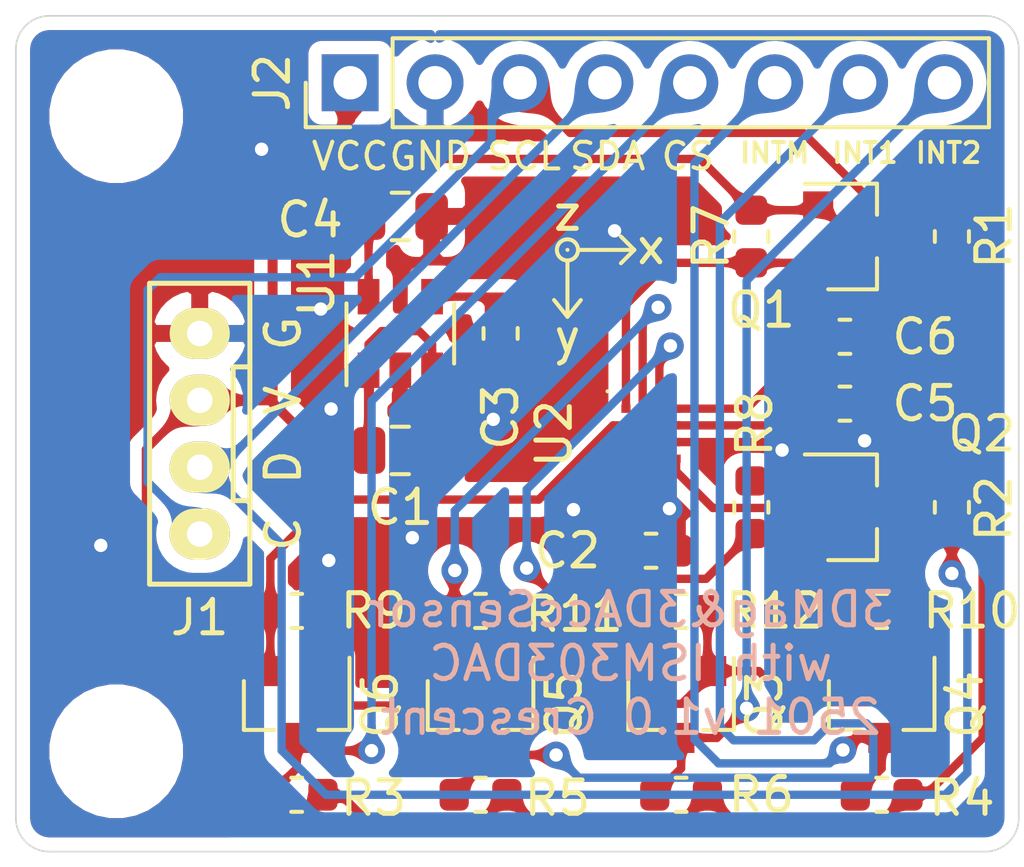
<source format=kicad_pcb>
(kicad_pcb (version 20171130) (host pcbnew "(5.1.2)-1")
  (layers (0 F.Cu signal) (31 B.Cu signal) (34 B.Paste user) (35 F.Paste user) (36 B.SilkS user) (37 F.SilkS user) (38 B.Mask user) (39 F.Mask user) (44 Edge.Cuts user))
  (net 0 "")
  (net 1 GND)
  (net 2 /VCC_H)
  (net 3 "Net-(C2-Pad1)")
  (net 4 "Net-(C3-Pad1)")
  (net 5 +1V8)
  (net 6 /SDA_H)
  (net 7 /SCL_H)
  (net 8 /INT2_XL_H)
  (net 9 /INT1_XL_H)
  (net 10 /INT_MAG_H)
  (net 11 /CS_H)
  (net 12 /SCL_L)
  (net 13 /SDA_L)
  (net 14 /INT2_XL_L)
  (net 15 /INT_MAG_L)
  (net 16 /INT1_XL_L)
  (net 17 /CS_L)
  (module MountingHole:MountingHole_3.2mm_M3 (layer F.Cu) (at 103 97)
    (fp_text reference REF2 hide)
    (fp_text value MountingHole_3.2mm_M3)
    (pad 1 np_thru_hole circle (at 0 0) (size 3.2 3.2) (drill 3.2) (layers *.Cu *.Mask))
  )
  (module MountingHole:MountingHole_3.2mm_M3 (layer F.Cu) (at 103 78)
    (fp_text reference REF1 hide)
    (fp_text value MountingHole_3.2mm_M3)
    (pad "" np_thru_hole circle (at 0 0) (size 3.2 3.2) (drill 3.2) (layers *.Cu *.Mask))
  )
  (module SlopeSensor_v1:LGA12 (layer F.Cu) (at 119 87.5)
    (fp_text reference U2 (at -2.9 0 90) (layer F.SilkS))
    (fp_text value ISM303DAC hide)
    (pad 12 smd rect (at -0.25 -0.75 90) (size 0.275 0.25) (layers F.Cu F.Paste F.Mask) (net 16 /INT1_XL_L))
    (pad 11 smd rect (at 0.25 -0.75 90) (size 0.275 0.25) (layers F.Cu F.Paste F.Mask) (net 14 /INT2_XL_L))
    (pad 10 smd rect (at 0.75 -0.75) (size 0.275 0.25) (layers F.Cu F.Paste F.Mask) (net 5 +1V8))
    (pad 9 smd rect (at 0.75 -0.25) (size 0.275 0.25) (layers F.Cu F.Paste F.Mask) (net 5 +1V8))
    (pad 8 smd rect (at 0.75 0.25) (size 0.275 0.25) (layers F.Cu F.Paste F.Mask) (net 1 GND))
    (pad 7 smd rect (at 0.75 0.75) (size 0.275 0.25) (layers F.Cu F.Paste F.Mask) (net 15 /INT_MAG_L))
    (pad 6 smd rect (at 0.25 0.75 90) (size 0.275 0.25) (layers F.Cu F.Paste F.Mask) (net 1 GND))
    (pad 5 smd rect (at -0.25 0.75 90) (size 0.275 0.25) (layers F.Cu F.Paste F.Mask) (net 3 "Net-(C2-Pad1)"))
    (pad 4 smd rect (at -0.75 0.75) (size 0.275 0.25) (layers F.Cu F.Paste F.Mask) (net 13 /SDA_L))
    (pad 3 smd rect (at -0.75 0.25) (size 0.275 0.25) (layers F.Cu F.Paste F.Mask) (net 1 GND))
    (pad 2 smd rect (at -0.75 -0.25) (size 0.275 0.25) (layers F.Cu F.Paste F.Mask) (net 17 /CS_L))
    (pad 1 smd rect (at -0.75 -0.75) (size 0.275 0.25) (layers F.Cu F.Paste F.Mask) (net 12 /SCL_L))
  )
  (module Package_TO_SOT_SMD:SOT-23-5 (layer F.Cu) (at 111.5 84.5 90)
    (fp_text reference U1 (at 1.5 -2.5 90) (layer F.SilkS))
    (fp_text value LD3985M18R_SOT23)
    (pad 5 smd rect (at 1.1 -0.95 90) (size 1.06 0.65) (layers F.Cu F.Paste F.Mask) (net 5 +1V8))
    (pad 4 smd rect (at 1.1 0.95 90) (size 1.06 0.65) (layers F.Cu F.Paste F.Mask) (net 4 "Net-(C3-Pad1)"))
    (pad 3 smd rect (at -1.1 0.95 90) (size 1.06 0.65) (layers F.Cu F.Paste F.Mask) (net 2 /VCC_H))
    (pad 2 smd rect (at -1.1 0 90) (size 1.06 0.65) (layers F.Cu F.Paste F.Mask) (net 1 GND))
    (pad 1 smd rect (at -1.1 -0.95 90) (size 1.06 0.65) (layers F.Cu F.Paste F.Mask) (net 2 /VCC_H))
  )
  (module Resistor_SMD:R_0603_1608Metric (layer F.Cu) (at 119.9 92.8 180)
    (fp_text reference R12 (at -2.8 0) (layer F.SilkS))
    (fp_text value 10k)
    (pad 2 smd roundrect (at 0.7875 0 180) (size 0.875 0.95) (layers F.Cu F.Paste F.Mask) (net 14 /INT2_XL_L))
    (pad 1 smd roundrect (at -0.7875 0 180) (size 0.875 0.95) (layers F.Cu F.Paste F.Mask) (net 5 +1V8))
  )
  (module Resistor_SMD:R_0603_1608Metric (layer F.Cu) (at 113.9 92.8 180)
    (fp_text reference R11 (at -2.8 -0.1) (layer F.SilkS))
    (fp_text value 10k)
    (pad 2 smd roundrect (at 0.7875 0 180) (size 0.875 0.95) (layers F.Cu F.Paste F.Mask) (net 16 /INT1_XL_L))
    (pad 1 smd roundrect (at -0.7875 0 180) (size 0.875 0.95) (layers F.Cu F.Paste F.Mask) (net 5 +1V8))
  )
  (module Resistor_SMD:R_0603_1608Metric (layer F.Cu) (at 125.9 92.8 180)
    (fp_text reference R10 (at -2.7 0) (layer F.SilkS))
    (fp_text value 10k)
    (pad 2 smd roundrect (at 0.7875 0 180) (size 0.875 0.95) (layers F.Cu F.Paste F.Mask) (net 15 /INT_MAG_L))
    (pad 1 smd roundrect (at -0.7875 0 180) (size 0.875 0.95) (layers F.Cu F.Paste F.Mask) (net 5 +1V8))
  )
  (module Resistor_SMD:R_0603_1608Metric (layer F.Cu) (at 108.4 92.8 180)
    (fp_text reference R9 (at -2.3 0) (layer F.SilkS))
    (fp_text value 10k)
    (pad 2 smd roundrect (at 0.7875 0 180) (size 0.875 0.95) (layers F.Cu F.Paste F.Mask) (net 17 /CS_L))
    (pad 1 smd roundrect (at -0.7875 0 180) (size 0.875 0.95) (layers F.Cu F.Paste F.Mask) (net 5 +1V8))
  )
  (module Resistor_SMD:R_0603_1608Metric (layer F.Cu) (at 122 89.7 270)
    (fp_text reference R8 (at -2.5 -0.1 90) (layer F.SilkS))
    (fp_text value 10k)
    (pad 2 smd roundrect (at 0.7875 0 270) (size 0.875 0.95) (layers F.Cu F.Paste F.Mask) (net 13 /SDA_L))
    (pad 1 smd roundrect (at -0.7875 0 270) (size 0.875 0.95) (layers F.Cu F.Paste F.Mask) (net 5 +1V8))
  )
  (module Resistor_SMD:R_0603_1608Metric (layer F.Cu) (at 122 81.6 270)
    (fp_text reference R7 (at 0 1.2 90) (layer F.SilkS))
    (fp_text value 10k)
    (pad 2 smd roundrect (at 0.7875 0 270) (size 0.875 0.95) (layers F.Cu F.Paste F.Mask) (net 12 /SCL_L))
    (pad 1 smd roundrect (at -0.7875 0 270) (size 0.875 0.95) (layers F.Cu F.Paste F.Mask) (net 5 +1V8))
  )
  (module Resistor_SMD:R_0603_1608Metric (layer F.Cu) (at 119.9 98.3 180)
    (fp_text reference R6 (at -2.4 0) (layer F.SilkS))
    (fp_text value 10k)
    (pad 2 smd roundrect (at 0.7875 0 180) (size 0.875 0.95) (layers F.Cu F.Paste F.Mask) (net 8 /INT2_XL_H))
    (pad 1 smd roundrect (at -0.7875 0 180) (size 0.875 0.95) (layers F.Cu F.Paste F.Mask) (net 2 /VCC_H))
  )
  (module Resistor_SMD:R_0603_1608Metric (layer F.Cu) (at 113.9 98.3 180)
    (fp_text reference R5 (at -2.3 -0.1) (layer F.SilkS))
    (fp_text value 10k)
    (pad 2 smd roundrect (at 0.7875 0 180) (size 0.875 0.95) (layers F.Cu F.Paste F.Mask) (net 9 /INT1_XL_H))
    (pad 1 smd roundrect (at -0.7875 0 180) (size 0.875 0.95) (layers F.Cu F.Paste F.Mask) (net 2 /VCC_H))
  )
  (module Resistor_SMD:R_0603_1608Metric (layer F.Cu) (at 125.9 98.3 180)
    (fp_text reference R4 (at -2.4 -0.1) (layer F.SilkS))
    (fp_text value 10k)
    (pad 2 smd roundrect (at 0.7875 0 180) (size 0.875 0.95) (layers F.Cu F.Paste F.Mask) (net 10 /INT_MAG_H))
    (pad 1 smd roundrect (at -0.7875 0 180) (size 0.875 0.95) (layers F.Cu F.Paste F.Mask) (net 2 /VCC_H))
  )
  (module Resistor_SMD:R_0603_1608Metric (layer F.Cu) (at 108.4 98.3 180)
    (fp_text reference R3 (at -2.3 -0.1) (layer F.SilkS))
    (fp_text value 10k)
    (pad 2 smd roundrect (at 0.7875 0 180) (size 0.875 0.95) (layers F.Cu F.Paste F.Mask) (net 11 /CS_H))
    (pad 1 smd roundrect (at -0.7875 0 180) (size 0.875 0.95) (layers F.Cu F.Paste F.Mask) (net 2 /VCC_H))
  )
  (module Resistor_SMD:R_0603_1608Metric (layer F.Cu) (at 128 89.7 270)
    (fp_text reference R2 (at 0.04 -1.26 90) (layer F.SilkS))
    (fp_text value 10k)
    (pad 2 smd roundrect (at 0.7875 0 270) (size 0.875 0.95) (layers F.Cu F.Paste F.Mask) (net 6 /SDA_H))
    (pad 1 smd roundrect (at -0.7875 0 270) (size 0.875 0.95) (layers F.Cu F.Paste F.Mask) (net 2 /VCC_H))
  )
  (module Resistor_SMD:R_0603_1608Metric (layer F.Cu) (at 128 81.6 270)
    (fp_text reference R1 (at -0.02 -1.26 90) (layer F.SilkS))
    (fp_text value 10k)
    (pad 2 smd roundrect (at 0.7875 0 270) (size 0.875 0.95) (layers F.Cu F.Paste F.Mask) (net 7 /SCL_H))
    (pad 1 smd roundrect (at -0.7875 0 270) (size 0.875 0.95) (layers F.Cu F.Paste F.Mask) (net 2 /VCC_H))
  )
  (module Package_TO_SOT_SMD:SOT-23 (layer F.Cu) (at 108.4 95.6 270)
    (fp_text reference Q6 (at 0 -2.5 90) (layer F.SilkS))
    (fp_text value Q_NMOS_GSD)
    (pad 3 smd rect (at 1 0 270) (size 0.9 0.8) (layers F.Cu F.Paste F.Mask) (net 11 /CS_H))
    (pad 2 smd rect (at -1 0.95 270) (size 0.9 0.8) (layers F.Cu F.Paste F.Mask) (net 17 /CS_L))
    (pad 1 smd rect (at -1 -0.95 270) (size 0.9 0.8) (layers F.Cu F.Paste F.Mask) (net 5 +1V8))
  )
  (module Package_TO_SOT_SMD:SOT-23 (layer F.Cu) (at 113.9 95.6 270)
    (fp_text reference Q5 (at 0 -2.5 90) (layer F.SilkS))
    (fp_text value Q_NMOS_GSD)
    (pad 3 smd rect (at 1 0 270) (size 0.9 0.8) (layers F.Cu F.Paste F.Mask) (net 9 /INT1_XL_H))
    (pad 2 smd rect (at -1 0.95 270) (size 0.9 0.8) (layers F.Cu F.Paste F.Mask) (net 16 /INT1_XL_L))
    (pad 1 smd rect (at -1 -0.95 270) (size 0.9 0.8) (layers F.Cu F.Paste F.Mask) (net 5 +1V8))
  )
  (module Package_TO_SOT_SMD:SOT-23 (layer F.Cu) (at 125.9 95.6 270)
    (fp_text reference Q4 (at 0 -2.5 90) (layer F.SilkS))
    (fp_text value Q_NMOS_GSD)
    (pad 3 smd rect (at 1 0 270) (size 0.9 0.8) (layers F.Cu F.Paste F.Mask) (net 10 /INT_MAG_H))
    (pad 2 smd rect (at -1 0.95 270) (size 0.9 0.8) (layers F.Cu F.Paste F.Mask) (net 15 /INT_MAG_L))
    (pad 1 smd rect (at -1 -0.95 270) (size 0.9 0.8) (layers F.Cu F.Paste F.Mask) (net 5 +1V8))
  )
  (module Package_TO_SOT_SMD:SOT-23 (layer F.Cu) (at 119.9 95.6 270)
    (fp_text reference Q3 (at 0 -2.5 90) (layer F.SilkS))
    (fp_text value Q_NMOS_GSD)
    (pad 3 smd rect (at 1 0 270) (size 0.9 0.8) (layers F.Cu F.Paste F.Mask) (net 8 /INT2_XL_H))
    (pad 2 smd rect (at -1 0.95 270) (size 0.9 0.8) (layers F.Cu F.Paste F.Mask) (net 14 /INT2_XL_L))
    (pad 1 smd rect (at -1 -0.95 270) (size 0.9 0.8) (layers F.Cu F.Paste F.Mask) (net 5 +1V8))
  )
  (module Package_TO_SOT_SMD:SOT-23 (layer F.Cu) (at 125 89.7)
    (fp_text reference Q2 (at 3.9 -2.2) (layer F.SilkS))
    (fp_text value Q_NMOS_GSD)
    (pad 3 smd rect (at 1 0) (size 0.9 0.8) (layers F.Cu F.Paste F.Mask) (net 6 /SDA_H))
    (pad 2 smd rect (at -1 0.95) (size 0.9 0.8) (layers F.Cu F.Paste F.Mask) (net 13 /SDA_L))
    (pad 1 smd rect (at -1 -0.95) (size 0.9 0.8) (layers F.Cu F.Paste F.Mask) (net 5 +1V8))
  )
  (module Package_TO_SOT_SMD:SOT-23 (layer F.Cu) (at 125 81.6)
    (fp_text reference Q1 (at -2.7 2.2) (layer F.SilkS))
    (fp_text value Q_NMOS_GSD)
    (pad 3 smd rect (at 1 0) (size 0.9 0.8) (layers F.Cu F.Paste F.Mask) (net 7 /SCL_H))
    (pad 2 smd rect (at -1 0.95) (size 0.9 0.8) (layers F.Cu F.Paste F.Mask) (net 12 /SCL_L))
    (pad 1 smd rect (at -1 -0.95) (size 0.9 0.8) (layers F.Cu F.Paste F.Mask) (net 5 +1V8))
  )
  (module Connector_PinHeader_2.54mm:PinHeader_1x08_P2.54mm_Vertical (layer F.Cu) (at 110 77 90)
    (fp_text reference J2 (at 0 -2.33 90) (layer F.SilkS))
    (fp_text value Pinheader)
    (pad 8 thru_hole oval (at 0 17.78 90) (size 1.7 1.7) (drill 1) (layers *.Cu *.Mask) (net 8 /INT2_XL_H))
    (pad 7 thru_hole oval (at 0 15.24 90) (size 1.7 1.7) (drill 1) (layers *.Cu *.Mask) (net 9 /INT1_XL_H))
    (pad 6 thru_hole oval (at 0 12.7 90) (size 1.7 1.7) (drill 1) (layers *.Cu *.Mask) (net 10 /INT_MAG_H))
    (pad 5 thru_hole oval (at 0 10.16 90) (size 1.7 1.7) (drill 1) (layers *.Cu *.Mask) (net 11 /CS_H))
    (pad 4 thru_hole oval (at 0 7.62 90) (size 1.7 1.7) (drill 1) (layers *.Cu *.Mask) (net 6 /SDA_H))
    (pad 3 thru_hole oval (at 0 5.08 90) (size 1.7 1.7) (drill 1) (layers *.Cu *.Mask) (net 7 /SCL_H))
    (pad 2 thru_hole oval (at 0 2.54 90) (size 1.7 1.7) (drill 1) (layers *.Cu *.Mask) (net 1 GND))
    (pad 1 thru_hole rect (at 0 0 90) (size 1.7 1.7) (drill 1) (layers *.Cu *.Mask) (net 2 /VCC_H))
  )
  (module GroveCon:GROVE (layer F.Cu) (at 105.5 90.5 90)
    (fp_text reference J1 (at -2.5 0) (layer F.SilkS))
    (fp_text value Grove hide)
    (fp_text user G (at 6 2.5 90) (layer F.SilkS))
    (fp_text user V (at 4 2.5 90) (layer F.SilkS))
    (fp_text user D (at 2 2.5 90) (layer F.SilkS))
    (fp_text user C (at 0 2.5 90) (layer F.SilkS))
    (pad 4 thru_hole oval (at 6 0 90) (size 1.524 1.8) (drill 0.762) (layers *.Cu *.Mask F.SilkS) (net 1 GND))
    (pad 3 thru_hole oval (at 4 0 90) (size 1.524 1.8) (drill 0.762) (layers *.Cu *.Mask F.SilkS) (net 2 /VCC_H))
    (pad 2 thru_hole oval (at 2 0 90) (size 1.524 1.8) (drill 0.762) (layers *.Cu *.Mask F.SilkS) (net 6 /SDA_H))
    (pad 1 thru_hole oval (at 0 0 90) (size 1.524 1.8) (drill 0.762) (layers *.Cu *.Mask F.SilkS) (net 7 /SCL_H))
  )
  (module Capacitor_SMD:C_0603_1608Metric (layer F.Cu) (at 124.8 84.6)
    (fp_text reference C6 (at 2.4 0) (layer F.SilkS))
    (fp_text value 0.1u)
    (pad 2 smd roundrect (at 0.7875 0) (size 0.875 0.95) (layers F.Cu F.Paste F.Mask) (net 1 GND))
    (pad 1 smd roundrect (at -0.7875 0) (size 0.875 0.95) (layers F.Cu F.Paste F.Mask) (net 5 +1V8))
  )
  (module Capacitor_SMD:C_0603_1608Metric (layer F.Cu) (at 124.8 86.6)
    (fp_text reference C5 (at 2.4 0) (layer F.SilkS))
    (fp_text value 0.1u)
    (pad 2 smd roundrect (at 0.7875 0) (size 0.875 0.95) (layers F.Cu F.Paste F.Mask) (net 1 GND))
    (pad 1 smd roundrect (at -0.7875 0) (size 0.875 0.95) (layers F.Cu F.Paste F.Mask) (net 5 +1V8))
  )
  (module Capacitor_SMD:C_0805_2012Metric (layer F.Cu) (at 111.5 81)
    (fp_text reference C4 (at -2.7 0.1) (layer F.SilkS))
    (fp_text value 10u)
    (pad 2 smd roundrect (at 0.9375 0) (size 0.975 1.4) (layers F.Cu F.Paste F.Mask) (net 1 GND))
    (pad 1 smd roundrect (at -0.9375 0) (size 0.975 1.4) (layers F.Cu F.Paste F.Mask) (net 5 +1V8))
  )
  (module Capacitor_SMD:C_0603_1608Metric (layer F.Cu) (at 114.5 84.5 270)
    (fp_text reference C3 (at 2.5 0 90) (layer F.SilkS))
    (fp_text value 0.01u)
    (pad 2 smd roundrect (at 0.7875 0 270) (size 0.875 0.95) (layers F.Cu F.Paste F.Mask) (net 1 GND))
    (pad 1 smd roundrect (at -0.7875 0 270) (size 0.875 0.95) (layers F.Cu F.Paste F.Mask) (net 4 "Net-(C3-Pad1)"))
  )
  (module Capacitor_SMD:C_0603_1608Metric (layer F.Cu) (at 119 91)
    (fp_text reference C2 (at -2.5 0) (layer F.SilkS))
    (fp_text value 0.22uF)
    (pad 2 smd roundrect (at 0.7875 0) (size 0.875 0.95) (layers F.Cu F.Paste F.Mask) (net 1 GND))
    (pad 1 smd roundrect (at -0.7875 0) (size 0.875 0.95) (layers F.Cu F.Paste F.Mask) (net 3 "Net-(C2-Pad1)"))
  )
  (module Capacitor_SMD:C_0805_2012Metric (layer F.Cu) (at 111.5 88)
    (fp_text reference C1 (at 0 1.7) (layer F.SilkS))
    (fp_text value 10u)
    (pad 2 smd roundrect (at 0.9375 0) (size 0.975 1.4) (layers F.Cu F.Paste F.Mask) (net 1 GND))
    (pad 1 smd roundrect (at -0.9375 0) (size 0.975 1.4) (layers F.Cu F.Paste F.Mask) (net 2 /VCC_H))
  )
  (gr_arc (start 101 99) (end 100 99) (angle -90) (layer Edge.Cuts) (width 0.05))
  (gr_arc (start 129 99) (end 129 100) (angle -90) (layer Edge.Cuts) (width 0.05))
  (gr_arc (start 129 76) (end 130 76) (angle -90) (layer Edge.Cuts) (width 0.05))
  (gr_arc (start 101 76) (end 101 75) (angle -90) (layer Edge.Cuts) (width 0.05))
  (gr_text z (at 116.5 80.9) (layer F.SilkS) (effects (font (size 1 1))))
  (gr_text y (at 116.5 84.6) (layer F.SilkS) (effects (font (size 1 1))))
  (gr_text x (at 119 81.9) (layer F.SilkS) (effects (font (size 1 1))))
  (gr_line (start 116.5 82) (end 116.5 82) (layer F.SilkS) (width 0.12))
  (gr_circle (center 116.5 82) (end 116.8 82.1) (layer F.SilkS) (width 0.12))
  (gr_line (start 118.5 82) (end 118.1 82.4) (layer F.SilkS) (width 0.12))
  (gr_line (start 118.5 82) (end 118.1 81.6) (layer F.SilkS) (width 0.12))
  (gr_line (start 116.816227 82) (end 118.5 82) (layer F.SilkS) (width 0.12))
  (gr_line (start 116.5 84) (end 116.9 83.5) (layer F.SilkS) (width 0.12))
  (gr_line (start 116.5 84) (end 116.1 83.5) (layer F.SilkS) (width 0.12))
  (gr_line (start 116.5 82.316227) (end 116.5 84) (layer F.SilkS) (width 0.12))
  (gr_text "3DMag&3DAccSensor\nwith ISM303DAC\n2501 v1.0 Crescent" (at 118.39 94.37) (layer B.SilkS) (effects (font (size 1 1)) (justify mirror)))
  (gr_text INT2 (at 127.9 79.1) (layer F.SilkS) (effects (font (size 0.6 0.6) (thickness 0.12))))
  (gr_text INT1 (at 125.4 79.1) (layer F.SilkS) (effects (font (size 0.6 0.6) (thickness 0.12))))
  (gr_text INTM (at 122.7 79.1) (layer F.SilkS) (effects (font (size 0.6 0.6) (thickness 0.12))))
  (gr_text CS (at 120.1 79.2) (layer F.SilkS) (effects (font (size 0.8 0.8) (thickness 0.12))))
  (gr_text SDA (at 117.7 79.2) (layer F.SilkS) (effects (font (size 0.8 0.8) (thickness 0.12))))
  (gr_text SCL (at 115.2 79.2) (layer F.SilkS) (effects (font (size 0.8 0.8) (thickness 0.12))))
  (gr_text GND (at 112.4 79.2) (layer F.SilkS) (effects (font (size 0.8 0.8) (thickness 0.12))))
  (gr_text VCC (at 110 79.2) (layer F.SilkS) (effects (font (size 0.8 0.8) (thickness 0.12))))
  (gr_line (start 129 100) (end 101 100) (layer Edge.Cuts) (width 0.05))
  (gr_line (start 130 76) (end 130 99) (layer Edge.Cuts) (width 0.05))
  (gr_line (start 101 75) (end 129 75) (layer Edge.Cuts) (width 0.05))
  (gr_line (start 100 80) (end 100 76) (layer Edge.Cuts) (width 0.05))
  (gr_line (start 100 99) (end 100 80) (layer Edge.Cuts) (width 0.05))
  (via (at 102.54 90.84) (size 0.8) (drill 0.4) (layers F.Cu B.Cu) (net 1))
  (via (at 109.36 91.29) (size 0.8) (drill 0.4) (layers F.Cu B.Cu) (net 1))
  (via (at 119.55 89.74) (size 0.8) (drill 0.4) (layers F.Cu B.Cu) (net 1))
  (via (at 125.39 87.71) (size 0.8) (drill 0.4) (layers F.Cu B.Cu) (net 1))
  (via (at 111.86 90.61) (size 0.8) (drill 0.4) (layers F.Cu B.Cu) (net 1))
  (via (at 114.28 87.07) (size 0.8) (drill 0.4) (layers F.Cu B.Cu) (net 1))
  (via (at 109.43 86.76) (size 0.8) (drill 0.4) (layers F.Cu B.Cu) (net 1))
  (via (at 109.12 83.77) (size 0.8) (drill 0.4) (layers F.Cu B.Cu) (net 1))
  (via (at 117.91 81.43) (size 0.8) (drill 0.4) (layers F.Cu B.Cu) (net 1))
  (via (at 122.92 87.99) (size 0.8) (drill 0.4) (layers F.Cu B.Cu) (net 1))
  (via (at 116.68 89.77) (size 0.8) (drill 0.4) (layers F.Cu B.Cu) (net 1))
  (segment (start 119.25 90.4625) (end 119.7875 91) (width 0.25) (layer F.Cu) (net 1))
  (segment (start 119.25 88.25) (end 119.25 90.4625) (width 0.25) (layer F.Cu) (net 1))
  (segment (start 119.75 87.75) (end 122.72 87.75) (width 0.25) (layer F.Cu) (net 1))
  (segment (start 122.72 87.75) (end 122.87 87.9) (width 0.25) (layer F.Cu) (net 1))
  (segment (start 111.5 87.0625) (end 112.4375 88) (width 0.25) (layer F.Cu) (net 1))
  (segment (start 111.5 85.6) (end 111.5 87.0625) (width 0.25) (layer F.Cu) (net 1))
  (segment (start 116.67 89.43) (end 116.67 89.82) (width 0.25) (layer F.Cu) (net 1))
  (segment (start 117.49 88.61) (end 116.67 89.43) (width 0.25) (layer F.Cu) (net 1))
  (segment (start 117.49 88.230624) (end 117.49 88.61) (width 0.25) (layer F.Cu) (net 1))
  (segment (start 118.25 87.75) (end 117.970624 87.75) (width 0.25) (layer F.Cu) (net 1))
  (segment (start 117.970624 87.75) (end 117.49 88.230624) (width 0.25) (layer F.Cu) (net 1))
  (via (at 107.35 78.99) (size 0.8) (drill 0.4) (layers F.Cu B.Cu) (net 1))
  (segment (start 110.5625 85.6125) (end 110.55 85.6) (width 0.25) (layer F.Cu) (net 2))
  (segment (start 110.5625 88) (end 110.5625 85.6125) (width 0.3) (layer F.Cu) (net 2))
  (segment (start 110.55 84.82) (end 110.94 84.43) (width 0.25) (layer F.Cu) (net 2))
  (segment (start 110.55 85.6) (end 110.55 84.82) (width 0.25) (layer F.Cu) (net 2))
  (segment (start 112.45 84.82) (end 112.45 85.6) (width 0.25) (layer F.Cu) (net 2))
  (segment (start 112.06 84.43) (end 112.45 84.82) (width 0.25) (layer F.Cu) (net 2))
  (segment (start 110.94 84.43) (end 112.06 84.43) (width 0.25) (layer F.Cu) (net 2))
  (segment (start 109.725 98.3) (end 110.675 99.25) (width 0.25) (layer F.Cu) (net 2))
  (segment (start 109.1875 98.3) (end 109.725 98.3) (width 0.25) (layer F.Cu) (net 2))
  (segment (start 113.7375 99.25) (end 114.6875 98.3) (width 0.25) (layer F.Cu) (net 2))
  (segment (start 110.675 99.25) (end 113.7375 99.25) (width 0.25) (layer F.Cu) (net 2))
  (segment (start 114.6875 98.3) (end 115.5775 99.19) (width 0.25) (layer F.Cu) (net 2))
  (segment (start 119.7975 99.19) (end 120.6875 98.3) (width 0.25) (layer F.Cu) (net 2))
  (segment (start 115.5775 99.19) (end 119.7975 99.19) (width 0.25) (layer F.Cu) (net 2))
  (segment (start 126.225888 98.761612) (end 126.6875 98.3) (width 0.25) (layer F.Cu) (net 2))
  (segment (start 125.90749 99.08001) (end 126.225888 98.761612) (width 0.25) (layer F.Cu) (net 2))
  (segment (start 121.46751 99.08001) (end 125.90749 99.08001) (width 0.25) (layer F.Cu) (net 2))
  (segment (start 120.6875 98.3) (end 121.46751 99.08001) (width 0.25) (layer F.Cu) (net 2))
  (segment (start 127.225 98.3) (end 128.92 96.605) (width 0.25) (layer F.Cu) (net 2))
  (segment (start 126.6875 98.3) (end 127.225 98.3) (width 0.25) (layer F.Cu) (net 2))
  (segment (start 128.92 89.8325) (end 128 88.9125) (width 0.25) (layer F.Cu) (net 2))
  (segment (start 128.92 96.605) (end 128.92 89.8325) (width 0.25) (layer F.Cu) (net 2))
  (segment (start 128.461612 81.274112) (end 128 80.8125) (width 0.25) (layer F.Cu) (net 2))
  (segment (start 128.78001 81.59251) (end 128.461612 81.274112) (width 0.25) (layer F.Cu) (net 2))
  (segment (start 128.78001 88.13249) (end 128.78001 81.59251) (width 0.25) (layer F.Cu) (net 2))
  (segment (start 128 88.9125) (end 128.78001 88.13249) (width 0.25) (layer F.Cu) (net 2))
  (segment (start 107.04 99.22) (end 108.2675 99.22) (width 0.25) (layer F.Cu) (net 2))
  (segment (start 105.362 86.5) (end 103.89 87.972) (width 0.25) (layer F.Cu) (net 2))
  (segment (start 103.89 87.972) (end 103.89 91.93) (width 0.25) (layer F.Cu) (net 2))
  (segment (start 105.5 86.5) (end 105.362 86.5) (width 0.25) (layer F.Cu) (net 2))
  (segment (start 103.89 91.93) (end 106.59 94.63) (width 0.25) (layer F.Cu) (net 2))
  (segment (start 106.59 94.63) (end 106.59 98.77) (width 0.25) (layer F.Cu) (net 2))
  (segment (start 108.2675 99.22) (end 109.1875 98.3) (width 0.25) (layer F.Cu) (net 2))
  (segment (start 106.59 98.77) (end 107.04 99.22) (width 0.25) (layer F.Cu) (net 2))
  (segment (start 110 78.1) (end 110 77) (width 0.3) (layer F.Cu) (net 2))
  (segment (start 107.68 80.42) (end 110 78.1) (width 0.3) (layer F.Cu) (net 2))
  (segment (start 107.68 86.5) (end 107.68 80.42) (width 0.3) (layer F.Cu) (net 2))
  (segment (start 105.5 86.5) (end 107.68 86.5) (width 0.3) (layer F.Cu) (net 2))
  (segment (start 109.11 88) (end 110.5625 88) (width 0.3) (layer F.Cu) (net 2))
  (segment (start 107.68 86.5) (end 107.68 86.57) (width 0.25) (layer F.Cu) (net 2))
  (segment (start 107.68 86.57) (end 109.11 88) (width 0.3) (layer F.Cu) (net 2))
  (segment (start 118.75 90.4625) (end 118.2125 91) (width 0.25) (layer F.Cu) (net 3))
  (segment (start 118.75 88.25) (end 118.75 90.4625) (width 0.25) (layer F.Cu) (net 3))
  (segment (start 114.1875 83.4) (end 114.5 83.7125) (width 0.25) (layer F.Cu) (net 4))
  (segment (start 112.45 83.4) (end 114.1875 83.4) (width 0.25) (layer F.Cu) (net 4))
  (segment (start 110.55 81.0125) (end 110.5625 81) (width 0.25) (layer F.Cu) (net 5))
  (segment (start 110.55 83.4) (end 110.55 81.0125) (width 0.25) (layer F.Cu) (net 5))
  (segment (start 109.1875 94.4375) (end 109.35 94.6) (width 0.25) (layer F.Cu) (net 5))
  (segment (start 109.1875 92.8) (end 109.1875 94.4375) (width 0.25) (layer F.Cu) (net 5))
  (segment (start 114.6875 94.4375) (end 114.85 94.6) (width 0.25) (layer F.Cu) (net 5))
  (segment (start 114.6875 92.8) (end 114.6875 94.4375) (width 0.25) (layer F.Cu) (net 5))
  (segment (start 120.6875 94.4375) (end 120.85 94.6) (width 0.25) (layer F.Cu) (net 5))
  (segment (start 120.6875 92.8) (end 120.6875 94.4375) (width 0.25) (layer F.Cu) (net 5))
  (segment (start 126.6875 94.4375) (end 126.85 94.6) (width 0.25) (layer F.Cu) (net 5))
  (segment (start 126.6875 92.8) (end 126.6875 94.4375) (width 0.25) (layer F.Cu) (net 5))
  (segment (start 123.8375 80.8125) (end 124 80.65) (width 0.25) (layer F.Cu) (net 5))
  (segment (start 122 80.8125) (end 123.8375 80.8125) (width 0.25) (layer F.Cu) (net 5))
  (segment (start 122.1625 88.75) (end 122 88.9125) (width 0.25) (layer F.Cu) (net 5))
  (segment (start 124 88.75) (end 122.1625 88.75) (width 0.25) (layer F.Cu) (net 5))
  (segment (start 123.3625 87.25) (end 124.0125 86.6) (width 0.25) (layer F.Cu) (net 5))
  (segment (start 119.75 87.25) (end 123.3625 87.25) (width 0.25) (layer F.Cu) (net 5))
  (segment (start 121.8625 86.75) (end 124.0125 84.6) (width 0.25) (layer F.Cu) (net 5))
  (segment (start 119.75 86.75) (end 121.8625 86.75) (width 0.25) (layer F.Cu) (net 5))
  (segment (start 109.35 95.3) (end 109.68 95.63) (width 0.25) (layer F.Cu) (net 5))
  (segment (start 109.35 94.6) (end 109.35 95.3) (width 0.25) (layer F.Cu) (net 5))
  (segment (start 114.85 94.65) (end 114.85 94.6) (width 0.25) (layer F.Cu) (net 5))
  (segment (start 113.87 95.63) (end 114.85 94.65) (width 0.25) (layer F.Cu) (net 5))
  (segment (start 109.68 95.63) (end 113.87 95.63) (width 0.25) (layer F.Cu) (net 5))
  (segment (start 114.85 95.3) (end 115.13 95.58) (width 0.25) (layer F.Cu) (net 5))
  (segment (start 114.85 94.6) (end 114.85 95.3) (width 0.25) (layer F.Cu) (net 5))
  (segment (start 120.85 94.65) (end 120.85 94.6) (width 0.25) (layer F.Cu) (net 5))
  (segment (start 119.92 95.58) (end 120.85 94.65) (width 0.25) (layer F.Cu) (net 5))
  (segment (start 115.13 95.58) (end 119.92 95.58) (width 0.25) (layer F.Cu) (net 5))
  (segment (start 124.0125 84.6) (end 124.0125 86.6) (width 0.25) (layer F.Cu) (net 5))
  (segment (start 124.0125 88.7375) (end 124 88.75) (width 0.25) (layer F.Cu) (net 5))
  (segment (start 124.0125 86.6) (end 124.0125 88.7375) (width 0.25) (layer F.Cu) (net 5))
  (segment (start 123.153404 95.53) (end 125.97 95.53) (width 0.25) (layer F.Cu) (net 5))
  (segment (start 122.223404 94.6) (end 123.153404 95.53) (width 0.25) (layer F.Cu) (net 5))
  (segment (start 125.97 95.53) (end 126.85 94.65) (width 0.25) (layer F.Cu) (net 5))
  (segment (start 126.85 94.65) (end 126.85 94.6) (width 0.25) (layer F.Cu) (net 5))
  (segment (start 120.85 94.6) (end 122.223404 94.6) (width 0.25) (layer F.Cu) (net 5))
  (segment (start 126.225888 92.338388) (end 126.6875 92.8) (width 0.25) (layer F.Cu) (net 5))
  (segment (start 125.244999 91.357499) (end 126.225888 92.338388) (width 0.25) (layer F.Cu) (net 5))
  (segment (start 125.244999 89.887872) (end 125.244999 91.357499) (width 0.25) (layer F.Cu) (net 5))
  (segment (start 124 88.75) (end 124.107127 88.75) (width 0.25) (layer F.Cu) (net 5))
  (segment (start 124.107127 88.75) (end 125.244999 89.887872) (width 0.25) (layer F.Cu) (net 5))
  (segment (start 120.4675 79.28) (end 122 80.8125) (width 0.25) (layer F.Cu) (net 5))
  (segment (start 112.6 79.28) (end 120.4675 79.28) (width 0.25) (layer F.Cu) (net 5))
  (segment (start 110.5625 81) (end 110.88 81) (width 0.25) (layer F.Cu) (net 5))
  (segment (start 110.88 81) (end 112.6 79.28) (width 0.25) (layer F.Cu) (net 5))
  (segment (start 124.05 80.65) (end 124 80.65) (width 0.25) (layer F.Cu) (net 5))
  (segment (start 125.88 88.75) (end 126.71 87.92) (width 0.25) (layer F.Cu) (net 5))
  (segment (start 124 88.75) (end 125.88 88.75) (width 0.25) (layer F.Cu) (net 5))
  (segment (start 126.71 87.92) (end 126.71 83.78) (width 0.25) (layer F.Cu) (net 5))
  (segment (start 126.71 83.78) (end 125.04 82.11) (width 0.25) (layer F.Cu) (net 5))
  (segment (start 125.04 82.11) (end 125.04 81.64) (width 0.25) (layer F.Cu) (net 5))
  (segment (start 125.04 81.64) (end 124.05 80.65) (width 0.25) (layer F.Cu) (net 5))
  (segment (start 127.2125 89.7) (end 128 90.4875) (width 0.25) (layer F.Cu) (net 6))
  (segment (start 126 89.7) (end 127.2125 89.7) (width 0.25) (layer F.Cu) (net 6))
  (segment (start 128 90.4875) (end 128 91.025) (width 0.25) (layer F.Cu) (net 6))
  (segment (start 128 91.025) (end 128 91.68) (width 0.25) (layer F.Cu) (net 6))
  (segment (start 128 91.68) (end 128 91.68) (width 0.25) (layer F.Cu) (net 6))
  (via (at 128 91.68) (size 0.8) (drill 0.4) (layers F.Cu B.Cu) (net 6))
  (segment (start 106.12 88.5) (end 105.5 88.5) (width 0.25) (layer B.Cu) (net 6))
  (segment (start 117.62 77) (end 106.12 88.5) (width 0.25) (layer B.Cu) (net 6))
  (segment (start 128.462514 92.142514) (end 128 91.68) (width 0.25) (layer B.Cu) (net 6))
  (segment (start 128.462514 97.637486) (end 128.462514 92.142514) (width 0.25) (layer B.Cu) (net 6))
  (segment (start 105.638 88.5) (end 107.95 90.812) (width 0.25) (layer B.Cu) (net 6))
  (segment (start 105.5 88.5) (end 105.638 88.5) (width 0.25) (layer B.Cu) (net 6))
  (segment (start 107.95 90.812) (end 107.95 96.97) (width 0.25) (layer B.Cu) (net 6))
  (segment (start 107.95 96.97) (end 109.28 98.3) (width 0.25) (layer B.Cu) (net 6))
  (segment (start 109.28 98.3) (end 127.8 98.3) (width 0.25) (layer B.Cu) (net 6))
  (segment (start 127.8 98.3) (end 128.462514 97.637486) (width 0.25) (layer B.Cu) (net 6))
  (segment (start 127.2125 81.6) (end 128 82.3875) (width 0.25) (layer F.Cu) (net 7))
  (segment (start 126 81.6) (end 127.2125 81.6) (width 0.25) (layer F.Cu) (net 7))
  (segment (start 103.94 88.94) (end 105.5 90.5) (width 0.25) (layer B.Cu) (net 7))
  (segment (start 114.230001 77.849999) (end 114.230001 78.749999) (width 0.25) (layer B.Cu) (net 7))
  (segment (start 115.08 77) (end 114.230001 77.849999) (width 0.25) (layer B.Cu) (net 7))
  (segment (start 114.230001 78.749999) (end 110.16 82.82) (width 0.25) (layer B.Cu) (net 7))
  (segment (start 110.16 82.82) (end 104.32 82.82) (width 0.25) (layer B.Cu) (net 7))
  (segment (start 104.32 82.82) (end 103.94 83.2) (width 0.25) (layer B.Cu) (net 7))
  (segment (start 103.94 83.2) (end 103.94 88.94) (width 0.25) (layer B.Cu) (net 7))
  (segment (start 126 80.95) (end 126 81.6) (width 0.25) (layer F.Cu) (net 7))
  (segment (start 123.549989 78.499989) (end 126 80.95) (width 0.25) (layer F.Cu) (net 7))
  (segment (start 115.08 77) (end 116.579989 78.499989) (width 0.25) (layer F.Cu) (net 7))
  (segment (start 116.579989 78.499989) (end 123.549989 78.499989) (width 0.25) (layer F.Cu) (net 7))
  (segment (start 119.9 97.5125) (end 119.1125 98.3) (width 0.25) (layer F.Cu) (net 8))
  (segment (start 119.9 96.6) (end 119.9 97.5125) (width 0.25) (layer F.Cu) (net 8))
  (via (at 121.86 95.71) (size 0.8) (drill 0.4) (layers F.Cu B.Cu) (net 8))
  (segment (start 121.86 82.92) (end 121.86 95.144315) (width 0.25) (layer B.Cu) (net 8))
  (segment (start 121.86 95.144315) (end 121.86 95.71) (width 0.25) (layer B.Cu) (net 8))
  (segment (start 121.460001 96.109999) (end 121.86 95.71) (width 0.25) (layer F.Cu) (net 8))
  (segment (start 120.97 96.6) (end 121.460001 96.109999) (width 0.25) (layer F.Cu) (net 8))
  (segment (start 119.9 96.6) (end 120.97 96.6) (width 0.25) (layer F.Cu) (net 8))
  (segment (start 127.78 77) (end 121.86 82.92) (width 0.25) (layer B.Cu) (net 8))
  (segment (start 113.9 97.5125) (end 113.1125 98.3) (width 0.25) (layer F.Cu) (net 9))
  (segment (start 113.9 96.6) (end 113.9 97.5125) (width 0.25) (layer F.Cu) (net 9))
  (segment (start 114.55 96.6) (end 115.06 97.11) (width 0.25) (layer F.Cu) (net 9))
  (segment (start 113.9 96.6) (end 114.55 96.6) (width 0.25) (layer F.Cu) (net 9))
  (segment (start 115.06 97.11) (end 116.16 97.11) (width 0.25) (layer F.Cu) (net 9))
  (segment (start 116.16 97.11) (end 116.16 97.11) (width 0.25) (layer F.Cu) (net 9))
  (via (at 116.16 97.11) (size 0.8) (drill 0.4) (layers F.Cu B.Cu) (net 9))
  (segment (start 125.443299 96.163299) (end 125.65 96.37) (width 0.25) (layer B.Cu) (net 9))
  (segment (start 121.06 81.18) (end 121.06 96.26) (width 0.25) (layer B.Cu) (net 9))
  (segment (start 121.06 96.26) (end 121.47 96.67) (width 0.25) (layer B.Cu) (net 9))
  (segment (start 125.24 77) (end 121.06 81.18) (width 0.25) (layer B.Cu) (net 9))
  (segment (start 121.47 96.67) (end 123.876598 96.67) (width 0.25) (layer B.Cu) (net 9))
  (segment (start 123.876598 96.67) (end 124.383299 96.163299) (width 0.25) (layer B.Cu) (net 9))
  (segment (start 124.383299 96.163299) (end 125.443299 96.163299) (width 0.25) (layer B.Cu) (net 9))
  (segment (start 125.569991 97.790009) (end 125.65 97.71) (width 0.25) (layer B.Cu) (net 9))
  (segment (start 116.840009 97.790009) (end 125.569991 97.790009) (width 0.25) (layer B.Cu) (net 9))
  (segment (start 116.16 97.11) (end 116.840009 97.790009) (width 0.25) (layer B.Cu) (net 9))
  (segment (start 125.65 96.37) (end 125.65 97.71) (width 0.25) (layer B.Cu) (net 9))
  (segment (start 125.9 97.5125) (end 125.1125 98.3) (width 0.25) (layer F.Cu) (net 10))
  (segment (start 125.9 96.6) (end 125.9 97.5125) (width 0.25) (layer F.Cu) (net 10))
  (segment (start 125.1 96.6) (end 124.74 96.96) (width 0.25) (layer F.Cu) (net 10))
  (via (at 124.74 96.96) (size 0.8) (drill 0.4) (layers F.Cu B.Cu) (net 10))
  (segment (start 125.9 96.6) (end 125.1 96.6) (width 0.25) (layer F.Cu) (net 10))
  (segment (start 122.7 77) (end 120.3 79.4) (width 0.25) (layer B.Cu) (net 10))
  (segment (start 121.019999 97.359999) (end 120.3 96.64) (width 0.25) (layer B.Cu) (net 10))
  (segment (start 124.340001 97.359999) (end 121.019999 97.359999) (width 0.25) (layer B.Cu) (net 10))
  (segment (start 124.74 96.96) (end 124.340001 97.359999) (width 0.25) (layer B.Cu) (net 10))
  (segment (start 120.3 79.4) (end 120.3 96.64) (width 0.25) (layer B.Cu) (net 10))
  (segment (start 108.4 97.5125) (end 107.6125 98.3) (width 0.25) (layer F.Cu) (net 11))
  (segment (start 108.4 96.6) (end 108.4 97.5125) (width 0.25) (layer F.Cu) (net 11))
  (segment (start 109.05 96.6) (end 109.43 96.98) (width 0.25) (layer F.Cu) (net 11))
  (segment (start 108.4 96.6) (end 109.05 96.6) (width 0.25) (layer F.Cu) (net 11))
  (segment (start 109.43 96.98) (end 110.64 96.98) (width 0.25) (layer F.Cu) (net 11))
  (segment (start 110.64 96.98) (end 110.64 96.98) (width 0.25) (layer F.Cu) (net 11))
  (via (at 110.64 96.98) (size 0.8) (drill 0.4) (layers F.Cu B.Cu) (net 11))
  (segment (start 110.64 86.52) (end 110.64 96.98) (width 0.25) (layer B.Cu) (net 11))
  (segment (start 120.16 77) (end 110.64 86.52) (width 0.25) (layer B.Cu) (net 11))
  (segment (start 123.8375 82.3875) (end 124 82.55) (width 0.25) (layer F.Cu) (net 12))
  (segment (start 122 82.3875) (end 123.8375 82.3875) (width 0.25) (layer F.Cu) (net 12))
  (segment (start 119.500409 82.3875) (end 121.425 82.3875) (width 0.25) (layer F.Cu) (net 12))
  (segment (start 121.425 82.3875) (end 122 82.3875) (width 0.25) (layer F.Cu) (net 12))
  (segment (start 118.25 86.75) (end 118.25 83.637909) (width 0.25) (layer F.Cu) (net 12))
  (segment (start 118.25 83.637909) (end 119.500409 82.3875) (width 0.25) (layer F.Cu) (net 12))
  (segment (start 123.8375 90.4875) (end 124 90.65) (width 0.25) (layer F.Cu) (net 13))
  (segment (start 122 90.4875) (end 123.8375 90.4875) (width 0.25) (layer F.Cu) (net 13))
  (segment (start 121.7325 90.22) (end 122 90.4875) (width 0.25) (layer F.Cu) (net 13))
  (segment (start 120.6475 91.84) (end 122 90.4875) (width 0.25) (layer F.Cu) (net 13))
  (segment (start 117.836788 91.84) (end 120.6475 91.84) (width 0.25) (layer F.Cu) (net 13))
  (segment (start 117.28 91.283212) (end 117.836788 91.84) (width 0.25) (layer F.Cu) (net 13))
  (segment (start 117.28 90.44) (end 117.28 91.283212) (width 0.25) (layer F.Cu) (net 13))
  (segment (start 118.25 88.25) (end 118.25 89.47) (width 0.25) (layer F.Cu) (net 13))
  (segment (start 118.25 89.47) (end 117.28 90.44) (width 0.25) (layer F.Cu) (net 13))
  (segment (start 119.1125 94.4375) (end 118.95 94.6) (width 0.25) (layer F.Cu) (net 14))
  (segment (start 119.1125 92.8) (end 119.1125 94.4375) (width 0.25) (layer F.Cu) (net 14))
  (segment (start 119.1125 92.8) (end 116.56 92.8) (width 0.25) (layer F.Cu) (net 14))
  (segment (start 116.56 92.8) (end 115.28 91.52) (width 0.25) (layer F.Cu) (net 14))
  (segment (start 115.28 91.52) (end 115.28 91.52) (width 0.25) (layer F.Cu) (net 14))
  (via (at 115.28 91.52) (size 0.8) (drill 0.4) (layers F.Cu B.Cu) (net 14))
  (segment (start 119.180001 85.269999) (end 119.58 84.87) (width 0.25) (layer B.Cu) (net 14))
  (segment (start 119.25 86.75) (end 119.25 85.2) (width 0.25) (layer F.Cu) (net 14))
  (segment (start 119.25 85.2) (end 119.58 84.87) (width 0.25) (layer F.Cu) (net 14))
  (segment (start 115.28 89.17) (end 119.180001 85.269999) (width 0.25) (layer B.Cu) (net 14))
  (via (at 119.58 84.87) (size 0.8) (drill 0.4) (layers F.Cu B.Cu) (net 14))
  (segment (start 115.28 91.52) (end 115.28 89.17) (width 0.25) (layer B.Cu) (net 14))
  (segment (start 125.1125 94.4375) (end 124.95 94.6) (width 0.25) (layer F.Cu) (net 15))
  (segment (start 125.1125 92.8) (end 125.1125 94.4375) (width 0.25) (layer F.Cu) (net 15))
  (segment (start 119.75 88.625) (end 120.845 89.72) (width 0.25) (layer F.Cu) (net 15))
  (segment (start 119.75 88.25) (end 119.75 88.625) (width 0.25) (layer F.Cu) (net 15))
  (segment (start 120.845 89.72) (end 124.469002 89.72) (width 0.25) (layer F.Cu) (net 15))
  (segment (start 124.469002 89.72) (end 124.79 90.040998) (width 0.25) (layer F.Cu) (net 15))
  (segment (start 125.1125 92.225) (end 125.1125 92.8) (width 0.25) (layer F.Cu) (net 15))
  (segment (start 124.79 90.040998) (end 124.79 91.9025) (width 0.25) (layer F.Cu) (net 15))
  (segment (start 124.79 91.9025) (end 125.1125 92.225) (width 0.25) (layer F.Cu) (net 15))
  (segment (start 113.1125 92.8) (end 113.1125 94.4275) (width 0.25) (layer F.Cu) (net 16))
  (segment (start 112.95 94.59) (end 112.95 94.6) (width 0.25) (layer F.Cu) (net 16))
  (segment (start 113.1125 94.4275) (end 112.95 94.59) (width 0.25) (layer F.Cu) (net 16))
  (segment (start 113.13 91.59) (end 113.13 91.59) (width 0.25) (layer F.Cu) (net 16))
  (via (at 113.13 91.589978) (size 0.8) (drill 0.4) (layers F.Cu B.Cu) (net 16))
  (segment (start 113.1125 92.8) (end 113.1125 91.607478) (width 0.25) (layer F.Cu) (net 16))
  (segment (start 113.1125 91.607478) (end 113.13 91.589978) (width 0.25) (layer F.Cu) (net 16))
  (segment (start 118.812584 84.118729) (end 119.212583 83.71873) (width 0.25) (layer B.Cu) (net 16))
  (segment (start 118.75 86.75) (end 118.75 84.181313) (width 0.25) (layer F.Cu) (net 16))
  (segment (start 118.812584 84.118729) (end 119.212583 83.71873) (width 0.25) (layer F.Cu) (net 16))
  (segment (start 113.13 89.801313) (end 118.812584 84.118729) (width 0.25) (layer B.Cu) (net 16))
  (segment (start 118.75 84.181313) (end 118.812584 84.118729) (width 0.25) (layer F.Cu) (net 16))
  (via (at 119.212583 83.71873) (size 0.8) (drill 0.4) (layers F.Cu B.Cu) (net 16))
  (segment (start 113.13 91.589978) (end 113.13 89.801313) (width 0.25) (layer B.Cu) (net 16))
  (segment (start 107.6125 94.4375) (end 107.45 94.6) (width 0.25) (layer F.Cu) (net 17))
  (segment (start 107.6125 92.8) (end 107.6125 94.4375) (width 0.25) (layer F.Cu) (net 17))
  (segment (start 107.6125 91.2375) (end 107.6125 92.8) (width 0.25) (layer F.Cu) (net 17))
  (segment (start 109.38 89.47) (end 107.6125 91.2375) (width 0.25) (layer F.Cu) (net 17))
  (segment (start 115.6425 89.47) (end 109.38 89.47) (width 0.25) (layer F.Cu) (net 17))
  (segment (start 118.25 87.25) (end 117.8625 87.25) (width 0.25) (layer F.Cu) (net 17))
  (segment (start 117.8625 87.25) (end 115.6425 89.47) (width 0.25) (layer F.Cu) (net 17))
  (zone (net 1) (net_name GND) (layer F.Cu) (connect_pads (clearance 0.4)) (min_thickness 0.254) (fill yes (arc_segments 32) (thermal_gap 0.508) (thermal_bridge_width 0.508))
    (polygon (pts (xy 100 75) (xy 130 75) (xy 130 100) (xy 100 100)))
  )
  (zone (net 1) (net_name GND) (layer B.Cu) (connect_pads (clearance 0.4)) (min_thickness 0.254) (fill yes (arc_segments 32) (thermal_gap 0.508) (thermal_bridge_width 0.508))
    (polygon (pts (xy 100 75) (xy 130 75) (xy 130 100) (xy 100 100)))
  )
  (zone (net 2) (net_name /VCC_H) (layer F.Cu) (priority 16962) (connect_pads yes (clearance 0.18)) (min_thickness 0.0254) (fill yes (arc_segments 32) (thermal_gap 0.508) (thermal_bridge_width 0.508))
    (polygon (pts (xy 110.7125 86.2575) (xy 110.71388 86.182129) (xy 110.718009 86.117727) (xy 110.724867 86.062069) (xy 110.734433 86.012934) (xy 110.746689 85.968097) (xy 110.761614 85.925335) (xy 110.779189 85.882425) (xy 110.799394 85.837144) (xy 110.822209 85.787268) (xy 110.847615 85.730575) (xy 110.543896 85.437615) (xy 110.263029 85.752552) (xy 110.291669 85.805585) (xy 110.317219 85.852486) (xy 110.339696 85.895344) (xy 110.359118 85.936246) (xy 110.375504 85.97728) (xy 110.38887 86.020534) (xy 110.399235 86.068095) (xy 110.406616 86.122051) (xy 110.411032 86.18449) (xy 110.4125 86.2575)))
  )
  (zone (net 2) (net_name /VCC_H) (layer F.Cu) (priority 16962) (connect_pads yes (clearance 0.18)) (min_thickness 0.0254) (fill yes (arc_segments 32) (thermal_gap 0.508) (thermal_bridge_width 0.508))
    (polygon (pts (xy 110.4125 87.0325) (xy 110.408484 87.14345) (xy 110.396939 87.236344) (xy 110.378617 87.315) (xy 110.354268 87.383233) (xy 110.324647 87.444861) (xy 110.290503 87.5037) (xy 110.252589 87.563567) (xy 110.211658 87.628279) (xy 110.168461 87.701652) (xy 110.12375 87.787504) (xy 110.5625 88.24375) (xy 111.00125 87.787504) (xy 110.956538 87.701652) (xy 110.913341 87.628279) (xy 110.87241 87.563567) (xy 110.834496 87.5037) (xy 110.800352 87.444861) (xy 110.770731 87.383233) (xy 110.746382 87.315) (xy 110.72806 87.236344) (xy 110.716515 87.14345) (xy 110.7125 87.0325)))
  )
  (zone (net 2) (net_name /VCC_H) (layer F.Cu) (priority 16962) (connect_pads yes (clearance 0.18)) (min_thickness 0.0254) (fill yes (arc_segments 32) (thermal_gap 0.508) (thermal_bridge_width 0.508))
    (polygon (pts (xy 110.425 84.955) (xy 110.422924 85.028148) (xy 110.416875 85.090005) (xy 110.40712 85.142904) (xy 110.393926 85.189179) (xy 110.37756 85.231161) (xy 110.358289 85.271183) (xy 110.33638 85.311579) (xy 110.312101 85.354681) (xy 110.285718 85.402822) (xy 110.2575 85.458336) (xy 110.55 85.7625) (xy 110.8425 85.458336) (xy 110.814281 85.402822) (xy 110.787898 85.354681) (xy 110.763619 85.311579) (xy 110.74171 85.271183) (xy 110.722439 85.231161) (xy 110.706073 85.189179) (xy 110.692879 85.142904) (xy 110.683124 85.090005) (xy 110.677075 85.028148) (xy 110.675 84.955)))
  )
  (zone (net 2) (net_name /VCC_H) (layer F.Cu) (priority 16962) (connect_pads yes (clearance 0.18)) (min_thickness 0.0254) (fill yes (arc_segments 32) (thermal_gap 0.508) (thermal_bridge_width 0.508))
    (polygon (pts (xy 112.325 84.955) (xy 112.322924 85.028148) (xy 112.316875 85.090005) (xy 112.30712 85.142904) (xy 112.293926 85.189179) (xy 112.27756 85.231161) (xy 112.258289 85.271183) (xy 112.23638 85.311579) (xy 112.212101 85.354681) (xy 112.185718 85.402822) (xy 112.1575 85.458336) (xy 112.45 85.7625) (xy 112.7425 85.458336) (xy 112.714281 85.402822) (xy 112.687898 85.354681) (xy 112.663619 85.311579) (xy 112.64171 85.271183) (xy 112.622439 85.231161) (xy 112.606073 85.189179) (xy 112.592879 85.142904) (xy 112.583124 85.090005) (xy 112.577075 85.028148) (xy 112.575 84.955)))
  )
  (zone (net 2) (net_name /VCC_H) (layer F.Cu) (priority 16962) (connect_pads yes (clearance 0.18)) (min_thickness 0.0254) (fill yes (arc_segments 32) (thermal_gap 0.508) (thermal_bridge_width 0.508))
    (polygon (pts (xy 110.053804 98.452027) (xy 109.982011 98.38291) (xy 109.918803 98.326964) (xy 109.862301 98.281165) (xy 109.810628 98.242488) (xy 109.761907 98.207909) (xy 109.714259 98.174404) (xy 109.665808 98.13895) (xy 109.614676 98.09852) (xy 109.558985 98.050092) (xy 109.496859 97.990641) (xy 108.96875 98.3) (xy 109.378201 98.69375) (xy 109.434672 98.664218) (xy 109.48776 98.633716) (xy 109.538185 98.604528) (xy 109.586666 98.578937) (xy 109.633923 98.559226) (xy 109.680675 98.547679) (xy 109.727642 98.54658) (xy 109.775543 98.558212) (xy 109.825098 98.584859) (xy 109.877027 98.628804)))
  )
  (zone (net 2) (net_name /VCC_H) (layer F.Cu) (priority 16962) (connect_pads yes (clearance 0.18)) (min_thickness 0.0254) (fill yes (arc_segments 32) (thermal_gap 0.508) (thermal_bridge_width 0.508))
    (polygon (pts (xy 114.162475 99.001802) (xy 114.235772 98.933935) (xy 114.302478 98.882795) (xy 114.364528 98.845361) (xy 114.423858 98.818611) (xy 114.482403 98.799523) (xy 114.542097 98.785076) (xy 114.604876 98.772249) (xy 114.672676 98.75802) (xy 114.74743 98.739367) (xy 114.831076 98.713269) (xy 114.842179 98.145321) (xy 114.274231 98.156424) (xy 114.248132 98.240069) (xy 114.229479 98.314823) (xy 114.21525 98.382623) (xy 114.202423 98.445402) (xy 114.187976 98.505096) (xy 114.168888 98.563641) (xy 114.142138 98.622971) (xy 114.104704 98.685021) (xy 114.053564 98.751727) (xy 113.985698 98.825025)))
  )
  (zone (net 2) (net_name /VCC_H) (layer F.Cu) (priority 16962) (connect_pads yes (clearance 0.18)) (min_thickness 0.0254) (fill yes (arc_segments 32) (thermal_gap 0.508) (thermal_bridge_width 0.508))
    (polygon (pts (xy 115.389302 98.825025) (xy 115.321435 98.751727) (xy 115.270295 98.685021) (xy 115.232861 98.622971) (xy 115.206111 98.563641) (xy 115.187023 98.505096) (xy 115.172576 98.445402) (xy 115.159749 98.382623) (xy 115.14552 98.314823) (xy 115.126867 98.240069) (xy 115.100769 98.156424) (xy 114.532821 98.145321) (xy 114.543924 98.713269) (xy 114.627569 98.739367) (xy 114.702323 98.75802) (xy 114.770123 98.772249) (xy 114.832902 98.785076) (xy 114.892596 98.799523) (xy 114.951141 98.818611) (xy 115.010471 98.845361) (xy 115.072521 98.882795) (xy 115.139227 98.933935) (xy 115.212525 99.001802)))
  )
  (zone (net 2) (net_name /VCC_H) (layer F.Cu) (priority 16962) (connect_pads yes (clearance 0.18)) (min_thickness 0.0254) (fill yes (arc_segments 32) (thermal_gap 0.508) (thermal_bridge_width 0.508))
    (polygon (pts (xy 120.162475 99.001802) (xy 120.235772 98.933935) (xy 120.302478 98.882795) (xy 120.364528 98.845361) (xy 120.423858 98.818611) (xy 120.482403 98.799523) (xy 120.542097 98.785076) (xy 120.604876 98.772249) (xy 120.672676 98.75802) (xy 120.74743 98.739367) (xy 120.831076 98.713269) (xy 120.842179 98.145321) (xy 120.274231 98.156424) (xy 120.248132 98.240069) (xy 120.229479 98.314823) (xy 120.21525 98.382623) (xy 120.202423 98.445402) (xy 120.187976 98.505096) (xy 120.168888 98.563641) (xy 120.142138 98.622971) (xy 120.104704 98.685021) (xy 120.053564 98.751727) (xy 119.985698 98.825025)))
  )
  (zone (net 2) (net_name /VCC_H) (layer F.Cu) (priority 16962) (connect_pads yes (clearance 0.18)) (min_thickness 0.0254) (fill yes (arc_segments 32) (thermal_gap 0.508) (thermal_bridge_width 0.508))
    (polygon (pts (xy 126.155403 99.008874) (xy 126.229595 98.940045) (xy 126.297042 98.887994) (xy 126.35972 98.849703) (xy 126.419608 98.82215) (xy 126.478683 98.802318) (xy 126.538922 98.787186) (xy 126.602304 98.773734) (xy 126.670805 98.758944) (xy 126.746403 98.739795) (xy 126.831076 98.713269) (xy 126.842179 98.145321) (xy 126.274231 98.156424) (xy 126.247704 98.241096) (xy 126.228555 98.316694) (xy 126.213765 98.385195) (xy 126.200313 98.448577) (xy 126.185181 98.508816) (xy 126.165349 98.567891) (xy 126.137796 98.627779) (xy 126.099505 98.690457) (xy 126.047454 98.757904) (xy 125.978626 98.832097)))
  )
  (zone (net 2) (net_name /VCC_H) (layer F.Cu) (priority 16962) (connect_pads yes (clearance 0.18)) (min_thickness 0.0254) (fill yes (arc_segments 32) (thermal_gap 0.508) (thermal_bridge_width 0.508))
    (polygon (pts (xy 121.389302 98.825025) (xy 121.321435 98.751727) (xy 121.270295 98.685021) (xy 121.232861 98.622971) (xy 121.206111 98.563641) (xy 121.187023 98.505096) (xy 121.172576 98.445402) (xy 121.159749 98.382623) (xy 121.14552 98.314823) (xy 121.126867 98.240069) (xy 121.100769 98.156424) (xy 120.532821 98.145321) (xy 120.543924 98.713269) (xy 120.627569 98.739367) (xy 120.702323 98.75802) (xy 120.770123 98.772249) (xy 120.832902 98.785076) (xy 120.892596 98.799523) (xy 120.951141 98.818611) (xy 121.010471 98.845361) (xy 121.072521 98.882795) (xy 121.139227 98.933935) (xy 121.212525 99.001802)))
  )
  (zone (net 2) (net_name /VCC_H) (layer F.Cu) (priority 16962) (connect_pads yes (clearance 0.18)) (min_thickness 0.0254) (fill yes (arc_segments 32) (thermal_gap 0.508) (thermal_bridge_width 0.508))
    (polygon (pts (xy 127.377027 97.971196) (xy 127.325098 98.01514) (xy 127.275543 98.041787) (xy 127.227642 98.053419) (xy 127.180675 98.05232) (xy 127.133923 98.040773) (xy 127.086666 98.021062) (xy 127.038185 97.995471) (xy 126.98776 97.966283) (xy 126.934672 97.935781) (xy 126.878201 97.90625) (xy 126.46875 98.3) (xy 126.996859 98.609359) (xy 127.058985 98.549907) (xy 127.114676 98.501479) (xy 127.165808 98.461049) (xy 127.214259 98.425595) (xy 127.261907 98.39209) (xy 127.310628 98.357511) (xy 127.362301 98.318834) (xy 127.418803 98.273035) (xy 127.482011 98.217089) (xy 127.553804 98.147973)))
  )
  (zone (net 2) (net_name /VCC_H) (layer F.Cu) (priority 16962) (connect_pads yes (clearance 0.18)) (min_thickness 0.0254) (fill yes (arc_segments 32) (thermal_gap 0.508) (thermal_bridge_width 0.508))
    (polygon (pts (xy 128.701802 89.437525) (xy 128.633935 89.364227) (xy 128.582795 89.297521) (xy 128.545361 89.235471) (xy 128.518611 89.176141) (xy 128.499523 89.117596) (xy 128.485076 89.057902) (xy 128.472249 88.995123) (xy 128.45802 88.927323) (xy 128.439367 88.852569) (xy 128.413269 88.768924) (xy 127.845321 88.757821) (xy 127.856424 89.325769) (xy 127.940069 89.351867) (xy 128.014823 89.37052) (xy 128.082623 89.384749) (xy 128.145402 89.397576) (xy 128.205096 89.412023) (xy 128.263641 89.431111) (xy 128.322971 89.457861) (xy 128.385021 89.495295) (xy 128.451727 89.546435) (xy 128.525025 89.614302)))
  )
  (zone (net 2) (net_name /VCC_H) (layer F.Cu) (priority 16962) (connect_pads yes (clearance 0.18)) (min_thickness 0.0254) (fill yes (arc_segments 32) (thermal_gap 0.508) (thermal_bridge_width 0.508))
    (polygon (pts (xy 128.708874 81.344597) (xy 128.640045 81.270404) (xy 128.587994 81.202957) (xy 128.549703 81.140279) (xy 128.52215 81.080391) (xy 128.502318 81.021316) (xy 128.487186 80.961077) (xy 128.473734 80.897695) (xy 128.458944 80.829194) (xy 128.439795 80.753596) (xy 128.413269 80.668924) (xy 127.845321 80.657821) (xy 127.856424 81.225769) (xy 127.941096 81.252295) (xy 128.016694 81.271444) (xy 128.085195 81.286234) (xy 128.148577 81.299686) (xy 128.208816 81.314818) (xy 128.267891 81.33465) (xy 128.327779 81.362203) (xy 128.390457 81.400494) (xy 128.457904 81.452545) (xy 128.532097 81.521374)))
  )
  (zone (net 2) (net_name /VCC_H) (layer F.Cu) (priority 16962) (connect_pads yes (clearance 0.18)) (min_thickness 0.0254) (fill yes (arc_segments 32) (thermal_gap 0.508) (thermal_bridge_width 0.508))
    (polygon (pts (xy 128.525025 88.210698) (xy 128.451727 88.278564) (xy 128.385021 88.329704) (xy 128.322971 88.367138) (xy 128.263641 88.393888) (xy 128.205096 88.412976) (xy 128.145402 88.427423) (xy 128.082623 88.44025) (xy 128.014823 88.454479) (xy 127.940069 88.473132) (xy 127.856424 88.499231) (xy 127.845321 89.067179) (xy 128.413269 89.056076) (xy 128.439367 88.97243) (xy 128.45802 88.897676) (xy 128.472249 88.829876) (xy 128.485076 88.767097) (xy 128.499523 88.707403) (xy 128.518611 88.648858) (xy 128.545361 88.589528) (xy 128.582795 88.527478) (xy 128.633935 88.460772) (xy 128.701802 88.387475)))
  )
  (zone (net 2) (net_name /VCC_H) (layer F.Cu) (priority 16962) (connect_pads yes (clearance 0.18)) (min_thickness 0.0254) (fill yes (arc_segments 32) (thermal_gap 0.508) (thermal_bridge_width 0.508))
    (polygon (pts (xy 104.444883 87.593893) (xy 104.572404 87.478947) (xy 104.689811 87.397512) (xy 104.800364 87.343701) (xy 104.907322 87.311624) (xy 105.013942 87.295394) (xy 105.123486 87.289121) (xy 105.239211 87.286919) (xy 105.364376 87.282898) (xy 105.502242 87.271169) (xy 105.656066 87.245846) (xy 105.801617 86.267217) (xy 104.818047 86.160025) (xy 104.750263 86.313477) (xy 104.703945 86.451759) (xy 104.672107 86.578249) (xy 104.647767 86.696322) (xy 104.623942 86.809355) (xy 104.593647 86.920726) (xy 104.549899 87.03381) (xy 104.485716 87.151986) (xy 104.394113 87.278629) (xy 104.268107 87.417117)))
  )
  (zone (net 2) (net_name /VCC_H) (layer F.Cu) (priority 16962) (connect_pads yes (clearance 0.18)) (min_thickness 0.0254) (fill yes (arc_segments 32) (thermal_gap 0.508) (thermal_bridge_width 0.508))
    (polygon (pts (xy 108.662475 99.001802) (xy 108.735772 98.933935) (xy 108.802478 98.882795) (xy 108.864528 98.845361) (xy 108.923858 98.818611) (xy 108.982403 98.799523) (xy 109.042097 98.785076) (xy 109.104876 98.772249) (xy 109.172676 98.75802) (xy 109.24743 98.739367) (xy 109.331076 98.713269) (xy 109.342179 98.145321) (xy 108.774231 98.156424) (xy 108.748132 98.240069) (xy 108.729479 98.314823) (xy 108.71525 98.382623) (xy 108.702423 98.445402) (xy 108.687976 98.505096) (xy 108.668888 98.563641) (xy 108.642138 98.622971) (xy 108.604704 98.685021) (xy 108.553564 98.751727) (xy 108.485698 98.825025)))
  )
  (zone (net 2) (net_name /VCC_H) (layer F.Cu) (priority 16962) (connect_pads yes (clearance 0.18)) (min_thickness 0.0254) (fill yes (arc_segments 32) (thermal_gap 0.508) (thermal_bridge_width 0.508))
    (polygon (pts (xy 109.681802 78.63033) (xy 109.814528 78.494522) (xy 109.923608 78.377078) (xy 110.014507 78.273852) (xy 110.092695 78.180698) (xy 110.163638 78.093467) (xy 110.232803 78.008014) (xy 110.305659 77.920191) (xy 110.387672 77.825853) (xy 110.48431 77.720851) (xy 110.60104 77.60104) (xy 110 76.575) (xy 109.235 77.370506) (xy 109.301776 77.49274) (xy 109.37479 77.606023) (xy 109.448093 77.712258) (xy 109.515738 77.813344) (xy 109.571776 77.911183) (xy 109.610258 78.007675) (xy 109.625237 78.104721) (xy 109.610764 78.204223) (xy 109.560891 78.308082) (xy 109.46967 78.418198)))
  )
  (zone (net 2) (net_name /VCC_H) (layer F.Cu) (priority 16962) (connect_pads yes (clearance 0.18)) (min_thickness 0.0254) (fill yes (arc_segments 32) (thermal_gap 0.508) (thermal_bridge_width 0.508))
    (polygon (pts (xy 107.022 86.35) (xy 106.844016 86.34172) (xy 106.697063 86.318179) (xy 106.574421 86.281326) (xy 106.469369 86.233107) (xy 106.375188 86.175471) (xy 106.285158 86.110365) (xy 106.192559 86.039737) (xy 106.090671 85.965535) (xy 105.972774 85.889707) (xy 105.832148 85.8142) (xy 105.119 86.5) (xy 105.832148 87.1858) (xy 105.972774 87.110292) (xy 106.090671 87.034464) (xy 106.192559 86.960262) (xy 106.285158 86.889634) (xy 106.375188 86.824528) (xy 106.469369 86.766892) (xy 106.574421 86.718673) (xy 106.697063 86.68182) (xy 106.844016 86.658279) (xy 107.022 86.65)))
  )
  (zone (net 2) (net_name /VCC_H) (layer F.Cu) (priority 16962) (connect_pads yes (clearance 0.18)) (min_thickness 0.0254) (fill yes (arc_segments 32) (thermal_gap 0.508) (thermal_bridge_width 0.508))
    (polygon (pts (xy 109.595 88.15) (xy 109.70595 88.154015) (xy 109.798844 88.16556) (xy 109.8775 88.183882) (xy 109.945733 88.208231) (xy 110.007361 88.237852) (xy 110.0662 88.271996) (xy 110.126067 88.30991) (xy 110.190779 88.350841) (xy 110.264152 88.394038) (xy 110.350004 88.43875) (xy 110.80625 88) (xy 110.350004 87.56125) (xy 110.264152 87.605961) (xy 110.190779 87.649158) (xy 110.126067 87.690089) (xy 110.0662 87.728003) (xy 110.007361 87.762147) (xy 109.945733 87.791768) (xy 109.8775 87.816117) (xy 109.798844 87.834439) (xy 109.70595 87.845984) (xy 109.595 87.85)))
  )
  (zone (net 3) (net_name "Net-(C2-Pad1)") (layer F.Cu) (priority 16962) (connect_pads yes (clearance 0.18)) (min_thickness 0.0254) (fill yes (arc_segments 32) (thermal_gap 0.508) (thermal_bridge_width 0.508))
    (polygon (pts (xy 118.625 90.34514) (xy 118.616079 90.423258) (xy 118.590809 90.478459) (xy 118.551431 90.51484) (xy 118.500185 90.536498) (xy 118.439311 90.547531) (xy 118.371049 90.552036) (xy 118.297639 90.554111) (xy 118.221321 90.557853) (xy 118.144336 90.567361) (xy 118.068924 90.586731) (xy 118.057821 91.154679) (xy 118.65 91) (xy 118.6563 90.918659) (xy 118.6734 90.850796) (xy 118.698599 90.792678) (xy 118.7292 90.740573) (xy 118.7625 90.690746) (xy 118.7958 90.639465) (xy 118.8264 90.582997) (xy 118.8516 90.517609) (xy 118.8687 90.439567) (xy 118.875 90.34514)))
  )
  (zone (net 4) (net_name "Net-(C3-Pad1)") (layer F.Cu) (priority 16962) (connect_pads yes (clearance 0.18)) (min_thickness 0.0254) (fill yes (arc_segments 32) (thermal_gap 0.508) (thermal_bridge_width 0.508))
    (polygon (pts (xy 113.751942 83.525) (xy 113.816729 83.529106) (xy 113.870783 83.541071) (xy 113.915519 83.560366) (xy 113.952354 83.586458) (xy 113.982703 83.618819) (xy 114.007983 83.656917) (xy 114.029609 83.700222) (xy 114.048999 83.748204) (xy 114.067567 83.800332) (xy 114.086731 83.856076) (xy 114.654679 83.867179) (xy 114.5 83.275) (xy 114.410988 83.275) (xy 114.334589 83.275) (xy 114.267256 83.274999) (xy 114.205444 83.275) (xy 114.145607 83.275) (xy 114.084199 83.275) (xy 114.017674 83.275) (xy 113.942487 83.275) (xy 113.855091 83.275) (xy 113.751942 83.275)))
  )
  (zone (net 4) (net_name "Net-(C3-Pad1)") (layer F.Cu) (priority 16962) (connect_pads yes (clearance 0.18)) (min_thickness 0.0254) (fill yes (arc_segments 32) (thermal_gap 0.508) (thermal_bridge_width 0.508))
    (polygon (pts (xy 113.095 83.275) (xy 113.021851 83.272924) (xy 112.959994 83.266875) (xy 112.907095 83.25712) (xy 112.86082 83.243926) (xy 112.818838 83.22756) (xy 112.778816 83.208289) (xy 112.73842 83.18638) (xy 112.695318 83.162101) (xy 112.647177 83.135718) (xy 112.591664 83.1075) (xy 112.2875 83.4) (xy 112.591664 83.6925) (xy 112.647177 83.664281) (xy 112.695318 83.637898) (xy 112.73842 83.613619) (xy 112.778816 83.59171) (xy 112.818838 83.572439) (xy 112.86082 83.556073) (xy 112.907095 83.542879) (xy 112.959994 83.533124) (xy 113.021851 83.527075) (xy 113.095 83.525)))
  )
  (zone (net 5) (net_name +1V8) (layer F.Cu) (priority 16962) (connect_pads yes (clearance 0.18)) (min_thickness 0.0254) (fill yes (arc_segments 32) (thermal_gap 0.508) (thermal_bridge_width 0.508))
    (polygon (pts (xy 110.425 82.755) (xy 110.422924 82.828148) (xy 110.416875 82.890005) (xy 110.40712 82.942904) (xy 110.393926 82.989179) (xy 110.37756 83.031161) (xy 110.358289 83.071183) (xy 110.33638 83.111579) (xy 110.312101 83.154681) (xy 110.285718 83.202822) (xy 110.2575 83.258336) (xy 110.55 83.5625) (xy 110.8425 83.258336) (xy 110.814281 83.202822) (xy 110.787898 83.154681) (xy 110.763619 83.111579) (xy 110.74171 83.071183) (xy 110.722439 83.031161) (xy 110.706073 82.989179) (xy 110.692879 82.942904) (xy 110.683124 82.890005) (xy 110.677075 82.828148) (xy 110.675 82.755)))
  )
  (zone (net 5) (net_name +1V8) (layer F.Cu) (priority 16962) (connect_pads yes (clearance 0.18)) (min_thickness 0.0254) (fill yes (arc_segments 32) (thermal_gap 0.508) (thermal_bridge_width 0.508))
    (polygon (pts (xy 110.675 81.98) (xy 110.679577 81.867523) (xy 110.692701 81.773912) (xy 110.713457 81.69516) (xy 110.740932 81.627262) (xy 110.774212 81.566215) (xy 110.812384 81.508013) (xy 110.854534 81.448651) (xy 110.899748 81.384125) (xy 110.947114 81.310429) (xy 110.995717 81.22356) (xy 110.568684 80.756329) (xy 110.1185 81.201295) (xy 110.163419 81.291952) (xy 110.207798 81.368769) (xy 110.25065 81.435872) (xy 110.290988 81.497383) (xy 110.327827 81.557427) (xy 110.360179 81.620129) (xy 110.387058 81.689613) (xy 110.407479 81.770003) (xy 110.420455 81.865424) (xy 110.425 81.98)))
  )
  (zone (net 5) (net_name +1V8) (layer F.Cu) (priority 16962) (connect_pads yes (clearance 0.18)) (min_thickness 0.0254) (fill yes (arc_segments 32) (thermal_gap 0.508) (thermal_bridge_width 0.508))
    (polygon (pts (xy 109.3125 93.6675) (xy 109.316339 93.567681) (xy 109.327347 93.484351) (xy 109.344753 93.414005) (xy 109.367791 93.353137) (xy 109.395691 93.298242) (xy 109.427686 93.245816) (xy 109.463008 93.192354) (xy 109.500888 93.134351) (xy 109.540558 93.068301) (xy 109.58125 92.990701) (xy 109.1875 92.58125) (xy 108.79375 92.990701) (xy 108.834441 93.068301) (xy 108.874111 93.134351) (xy 108.911991 93.192354) (xy 108.947313 93.245816) (xy 108.979308 93.298242) (xy 109.007208 93.353137) (xy 109.030246 93.414005) (xy 109.047652 93.484351) (xy 109.05866 93.567681) (xy 109.0625 93.6675)))
  )
  (zone (net 5) (net_name +1V8) (layer F.Cu) (priority 16962) (connect_pads yes (clearance 0.18)) (min_thickness 0.0254) (fill yes (arc_segments 32) (thermal_gap 0.508) (thermal_bridge_width 0.508))
    (polygon (pts (xy 109.0625 93.8275) (xy 109.059708 93.932804) (xy 109.052077 94.021701) (xy 109.040717 94.097874) (xy 109.026744 94.165004) (xy 109.011268 94.226775) (xy 108.995403 94.286869) (xy 108.980263 94.348969) (xy 108.966959 94.416759) (xy 108.956606 94.493919) (xy 108.950315 94.584135) (xy 109.42997 94.783316) (xy 109.610252 94.296243) (xy 109.55813 94.253101) (xy 109.510095 94.214868) (xy 109.466477 94.179392) (xy 109.427604 94.14452) (xy 109.393807 94.108102) (xy 109.365416 94.067985) (xy 109.342759 94.022018) (xy 109.326168 93.968049) (xy 109.315972 93.903927) (xy 109.3125 93.8275)))
  )
  (zone (net 5) (net_name +1V8) (layer F.Cu) (priority 16962) (connect_pads yes (clearance 0.18)) (min_thickness 0.0254) (fill yes (arc_segments 32) (thermal_gap 0.508) (thermal_bridge_width 0.508))
    (polygon (pts (xy 114.8125 93.6675) (xy 114.816339 93.567681) (xy 114.827347 93.484351) (xy 114.844753 93.414005) (xy 114.867791 93.353137) (xy 114.895691 93.298242) (xy 114.927686 93.245816) (xy 114.963008 93.192354) (xy 115.000888 93.134351) (xy 115.040558 93.068301) (xy 115.08125 92.990701) (xy 114.6875 92.58125) (xy 114.29375 92.990701) (xy 114.334441 93.068301) (xy 114.374111 93.134351) (xy 114.411991 93.192354) (xy 114.447313 93.245816) (xy 114.479308 93.298242) (xy 114.507208 93.353137) (xy 114.530246 93.414005) (xy 114.547652 93.484351) (xy 114.55866 93.567681) (xy 114.5625 93.6675)))
  )
  (zone (net 5) (net_name +1V8) (layer F.Cu) (priority 16962) (connect_pads yes (clearance 0.18)) (min_thickness 0.0254) (fill yes (arc_segments 32) (thermal_gap 0.508) (thermal_bridge_width 0.508))
    (polygon (pts (xy 114.5625 93.8275) (xy 114.559708 93.932804) (xy 114.552077 94.021701) (xy 114.540717 94.097874) (xy 114.526744 94.165004) (xy 114.511268 94.226775) (xy 114.495403 94.286869) (xy 114.480263 94.348969) (xy 114.466959 94.416759) (xy 114.456606 94.493919) (xy 114.450315 94.584135) (xy 114.92997 94.783316) (xy 115.110252 94.296243) (xy 115.05813 94.253101) (xy 115.010095 94.214868) (xy 114.966477 94.179392) (xy 114.927604 94.14452) (xy 114.893807 94.108102) (xy 114.865416 94.067985) (xy 114.842759 94.022018) (xy 114.826168 93.968049) (xy 114.815972 93.903927) (xy 114.8125 93.8275)))
  )
  (zone (net 5) (net_name +1V8) (layer F.Cu) (priority 16962) (connect_pads yes (clearance 0.18)) (min_thickness 0.0254) (fill yes (arc_segments 32) (thermal_gap 0.508) (thermal_bridge_width 0.508))
    (polygon (pts (xy 120.8125 93.6675) (xy 120.816339 93.567681) (xy 120.827347 93.484351) (xy 120.844753 93.414005) (xy 120.867791 93.353137) (xy 120.895691 93.298242) (xy 120.927686 93.245816) (xy 120.963008 93.192354) (xy 121.000888 93.134351) (xy 121.040558 93.068301) (xy 121.08125 92.990701) (xy 120.6875 92.58125) (xy 120.29375 92.990701) (xy 120.334441 93.068301) (xy 120.374111 93.134351) (xy 120.411991 93.192354) (xy 120.447313 93.245816) (xy 120.479308 93.298242) (xy 120.507208 93.353137) (xy 120.530246 93.414005) (xy 120.547652 93.484351) (xy 120.55866 93.567681) (xy 120.5625 93.6675)))
  )
  (zone (net 5) (net_name +1V8) (layer F.Cu) (priority 16962) (connect_pads yes (clearance 0.18)) (min_thickness 0.0254) (fill yes (arc_segments 32) (thermal_gap 0.508) (thermal_bridge_width 0.508))
    (polygon (pts (xy 120.5625 93.8275) (xy 120.559708 93.932804) (xy 120.552077 94.021701) (xy 120.540717 94.097874) (xy 120.526744 94.165004) (xy 120.511268 94.226775) (xy 120.495403 94.286869) (xy 120.480263 94.348969) (xy 120.466959 94.416759) (xy 120.456606 94.493919) (xy 120.450315 94.584135) (xy 120.92997 94.783316) (xy 121.110252 94.296243) (xy 121.05813 94.253101) (xy 121.010095 94.214868) (xy 120.966477 94.179392) (xy 120.927604 94.14452) (xy 120.893807 94.108102) (xy 120.865416 94.067985) (xy 120.842759 94.022018) (xy 120.826168 93.968049) (xy 120.815972 93.903927) (xy 120.8125 93.8275)))
  )
  (zone (net 5) (net_name +1V8) (layer F.Cu) (priority 16962) (connect_pads yes (clearance 0.18)) (min_thickness 0.0254) (fill yes (arc_segments 32) (thermal_gap 0.508) (thermal_bridge_width 0.508))
    (polygon (pts (xy 126.8125 93.6675) (xy 126.816339 93.567681) (xy 126.827347 93.484351) (xy 126.844753 93.414005) (xy 126.867791 93.353137) (xy 126.895691 93.298242) (xy 126.927686 93.245816) (xy 126.963008 93.192354) (xy 127.000888 93.134351) (xy 127.040558 93.068301) (xy 127.08125 92.990701) (xy 126.6875 92.58125) (xy 126.29375 92.990701) (xy 126.334441 93.068301) (xy 126.374111 93.134351) (xy 126.411991 93.192354) (xy 126.447313 93.245816) (xy 126.479308 93.298242) (xy 126.507208 93.353137) (xy 126.530246 93.414005) (xy 126.547652 93.484351) (xy 126.55866 93.567681) (xy 126.5625 93.6675)))
  )
  (zone (net 5) (net_name +1V8) (layer F.Cu) (priority 16962) (connect_pads yes (clearance 0.18)) (min_thickness 0.0254) (fill yes (arc_segments 32) (thermal_gap 0.508) (thermal_bridge_width 0.508))
    (polygon (pts (xy 126.5625 93.8275) (xy 126.559708 93.932804) (xy 126.552077 94.021701) (xy 126.540717 94.097874) (xy 126.526744 94.165004) (xy 126.511268 94.226775) (xy 126.495403 94.286869) (xy 126.480263 94.348969) (xy 126.466959 94.416759) (xy 126.456606 94.493919) (xy 126.450315 94.584135) (xy 126.92997 94.783316) (xy 127.110252 94.296243) (xy 127.05813 94.253101) (xy 127.010095 94.214868) (xy 126.966477 94.179392) (xy 126.927604 94.14452) (xy 126.893807 94.108102) (xy 126.865416 94.067985) (xy 126.842759 94.022018) (xy 126.826168 93.968049) (xy 126.815972 93.903927) (xy 126.8125 93.8275)))
  )
  (zone (net 5) (net_name +1V8) (layer F.Cu) (priority 16962) (connect_pads yes (clearance 0.18)) (min_thickness 0.0254) (fill yes (arc_segments 32) (thermal_gap 0.508) (thermal_bridge_width 0.508))
    (polygon (pts (xy 122.8675 80.6875) (xy 122.767681 80.68366) (xy 122.684351 80.672652) (xy 122.614005 80.655246) (xy 122.553137 80.632208) (xy 122.498242 80.604308) (xy 122.445816 80.572313) (xy 122.392354 80.536991) (xy 122.334351 80.499111) (xy 122.268301 80.459441) (xy 122.190701 80.41875) (xy 121.78125 80.8125) (xy 122.190701 81.20625) (xy 122.268301 81.165558) (xy 122.334351 81.125888) (xy 122.392354 81.088008) (xy 122.445816 81.052686) (xy 122.498242 81.020691) (xy 122.553137 80.992791) (xy 122.614005 80.969753) (xy 122.684351 80.952347) (xy 122.767681 80.941339) (xy 122.8675 80.9375)))
  )
  (zone (net 5) (net_name +1V8) (layer F.Cu) (priority 16962) (connect_pads yes (clearance 0.18)) (min_thickness 0.0254) (fill yes (arc_segments 32) (thermal_gap 0.508) (thermal_bridge_width 0.508))
    (polygon (pts (xy 123.2275 80.9375) (xy 123.332804 80.940291) (xy 123.421701 80.947922) (xy 123.497874 80.959282) (xy 123.565004 80.973255) (xy 123.626775 80.988731) (xy 123.686869 81.004596) (xy 123.748969 81.019736) (xy 123.816759 81.03304) (xy 123.893919 81.043393) (xy 123.984135 81.049685) (xy 124.183316 80.57003) (xy 123.696243 80.389748) (xy 123.653101 80.441869) (xy 123.614868 80.489904) (xy 123.579392 80.533522) (xy 123.54452 80.572395) (xy 123.508102 80.606192) (xy 123.467985 80.634583) (xy 123.422018 80.65724) (xy 123.368049 80.673831) (xy 123.303927 80.684027) (xy 123.2275 80.6875)))
  )
  (zone (net 5) (net_name +1V8) (layer F.Cu) (priority 16962) (connect_pads yes (clearance 0.18)) (min_thickness 0.0254) (fill yes (arc_segments 32) (thermal_gap 0.508) (thermal_bridge_width 0.508))
    (polygon (pts (xy 122.85 88.625) (xy 122.735855 88.621564) (xy 122.639799 88.612124) (xy 122.557752 88.597978) (xy 122.485637 88.580423) (xy 122.419375 88.56076) (xy 122.354887 88.540286) (xy 122.288095 88.5203) (xy 122.214921 88.5021) (xy 122.131285 88.486986) (xy 122.033111 88.476255) (xy 121.796474 88.992677) (xy 122.321749 89.208951) (xy 122.372351 89.151575) (xy 122.416612 89.098329) (xy 122.457095 89.049661) (xy 122.496363 89.006023) (xy 122.536979 88.967863) (xy 122.581507 88.935632) (xy 122.63251 88.90978) (xy 122.69255 88.890758) (xy 122.764193 88.879014) (xy 122.85 88.875)))
  )
  (zone (net 5) (net_name +1V8) (layer F.Cu) (priority 16962) (connect_pads yes (clearance 0.18)) (min_thickness 0.0254) (fill yes (arc_segments 32) (thermal_gap 0.508) (thermal_bridge_width 0.508))
    (polygon (pts (xy 123.21 88.875) (xy 123.300461 88.878266) (xy 123.376222 88.887658) (xy 123.440389 88.902564) (xy 123.496064 88.922374) (xy 123.546352 88.946476) (xy 123.594359 88.974261) (xy 123.643187 89.005116) (xy 123.695941 89.038432) (xy 123.755725 89.073596) (xy 123.825645 89.11) (xy 124.2 88.75) (xy 123.825645 88.39) (xy 123.755725 88.426403) (xy 123.695941 88.461567) (xy 123.643187 88.494883) (xy 123.594359 88.525738) (xy 123.546352 88.553523) (xy 123.496064 88.577625) (xy 123.440389 88.597435) (xy 123.376222 88.612341) (xy 123.300461 88.621733) (xy 123.21 88.625)))
  )
  (zone (net 5) (net_name +1V8) (layer F.Cu) (priority 16962) (connect_pads yes (clearance 0.18)) (min_thickness 0.0254) (fill yes (arc_segments 32) (thermal_gap 0.508) (thermal_bridge_width 0.508))
    (polygon (pts (xy 123.487475 87.301802) (xy 123.560772 87.233935) (xy 123.627478 87.182795) (xy 123.689528 87.145361) (xy 123.748858 87.118611) (xy 123.807403 87.099523) (xy 123.867097 87.085076) (xy 123.929876 87.072249) (xy 123.997676 87.05802) (xy 124.07243 87.039367) (xy 124.156076 87.013269) (xy 124.167179 86.445321) (xy 123.599231 86.456424) (xy 123.573132 86.540069) (xy 123.554479 86.614823) (xy 123.54025 86.682623) (xy 123.527423 86.745402) (xy 123.512976 86.805096) (xy 123.493888 86.863641) (xy 123.467138 86.922971) (xy 123.429704 86.985021) (xy 123.378564 87.051727) (xy 123.310698 87.125025)))
  )
  (zone (net 5) (net_name +1V8) (layer F.Cu) (priority 16962) (connect_pads yes (clearance 0.18)) (min_thickness 0.0254) (fill yes (arc_segments 32) (thermal_gap 0.508) (thermal_bridge_width 0.508))
    (polygon (pts (xy 123.487475 85.301802) (xy 123.560772 85.233935) (xy 123.627478 85.182795) (xy 123.689528 85.145361) (xy 123.748858 85.118611) (xy 123.807403 85.099523) (xy 123.867097 85.085076) (xy 123.929876 85.072249) (xy 123.997676 85.05802) (xy 124.07243 85.039367) (xy 124.156076 85.013269) (xy 124.167179 84.445321) (xy 123.599231 84.456424) (xy 123.573132 84.540069) (xy 123.554479 84.614823) (xy 123.54025 84.682623) (xy 123.527423 84.745402) (xy 123.512976 84.805096) (xy 123.493888 84.863641) (xy 123.467138 84.922971) (xy 123.429704 84.985021) (xy 123.378564 85.051727) (xy 123.310698 85.125025)))
  )
  (zone (net 5) (net_name +1V8) (layer F.Cu) (priority 16962) (connect_pads yes (clearance 0.18)) (min_thickness 0.0254) (fill yes (arc_segments 32) (thermal_gap 0.508) (thermal_bridge_width 0.508))
    (polygon (pts (xy 109.509099 95.282323) (xy 109.465046 95.22684) (xy 109.446064 95.175498) (xy 109.448095 95.127132) (xy 109.467084 95.080583) (xy 109.498974 95.034687) (xy 109.539711 94.988283) (xy 109.585238 94.94021) (xy 109.631499 94.889305) (xy 109.674438 94.834407) (xy 109.71 94.774355) (xy 109.35 94.4) (xy 109.067158 94.882842) (xy 109.115098 94.939492) (xy 109.146798 94.994836) (xy 109.166564 95.049443) (xy 109.178698 95.103887) (xy 109.187507 95.158737) (xy 109.197294 95.214566) (xy 109.212365 95.271945) (xy 109.237023 95.331446) (xy 109.275574 95.39364) (xy 109.332323 95.459099)))
  )
  (zone (net 5) (net_name +1V8) (layer F.Cu) (priority 16962) (connect_pads yes (clearance 0.18)) (min_thickness 0.0254) (fill yes (arc_segments 32) (thermal_gap 0.508) (thermal_bridge_width 0.508))
    (polygon (pts (xy 114.393917 95.28286) (xy 114.46377 95.217412) (xy 114.526849 95.166934) (xy 114.585036 95.128619) (xy 114.640214 95.099657) (xy 114.694268 95.07724) (xy 114.749082 95.058558) (xy 114.806539 95.040803) (xy 114.868522 95.021166) (xy 114.936916 94.996838) (xy 115.013605 94.965011) (xy 114.978598 94.446826) (xy 114.462177 94.502058) (xy 114.444966 94.578366) (xy 114.43263 94.646445) (xy 114.422731 94.708055) (xy 114.412835 94.764956) (xy 114.400507 94.81891) (xy 114.383311 94.871677) (xy 114.358811 94.925017) (xy 114.324573 94.980691) (xy 114.278161 95.040459) (xy 114.21714 95.106083)))
  )
  (zone (net 5) (net_name +1V8) (layer F.Cu) (priority 16962) (connect_pads yes (clearance 0.18)) (min_thickness 0.0254) (fill yes (arc_segments 32) (thermal_gap 0.508) (thermal_bridge_width 0.508))
    (polygon (pts (xy 115.009099 95.282323) (xy 114.965046 95.22684) (xy 114.946064 95.175498) (xy 114.948095 95.127132) (xy 114.967084 95.080583) (xy 114.998974 95.034687) (xy 115.039711 94.988283) (xy 115.085238 94.94021) (xy 115.131499 94.889305) (xy 115.174438 94.834407) (xy 115.21 94.774355) (xy 114.85 94.4) (xy 114.567158 94.882842) (xy 114.615098 94.939492) (xy 114.646798 94.994836) (xy 114.666564 95.049443) (xy 114.678698 95.103887) (xy 114.687507 95.158737) (xy 114.697294 95.214566) (xy 114.712365 95.271945) (xy 114.737023 95.331446) (xy 114.775574 95.39364) (xy 114.832323 95.459099)))
  )
  (zone (net 5) (net_name +1V8) (layer F.Cu) (priority 16962) (connect_pads yes (clearance 0.18)) (min_thickness 0.0254) (fill yes (arc_segments 32) (thermal_gap 0.508) (thermal_bridge_width 0.508))
    (polygon (pts (xy 120.393917 95.28286) (xy 120.46377 95.217412) (xy 120.526849 95.166934) (xy 120.585036 95.128619) (xy 120.640214 95.099657) (xy 120.694268 95.07724) (xy 120.749082 95.058558) (xy 120.806539 95.040803) (xy 120.868522 95.021166) (xy 120.936916 94.996838) (xy 121.013605 94.965011) (xy 120.978598 94.446826) (xy 120.462177 94.502058) (xy 120.444966 94.578366) (xy 120.43263 94.646445) (xy 120.422731 94.708055) (xy 120.412835 94.764956) (xy 120.400507 94.81891) (xy 120.383311 94.871677) (xy 120.358811 94.925017) (xy 120.324573 94.980691) (xy 120.278161 95.040459) (xy 120.21714 95.106083)))
  )
  (zone (net 5) (net_name +1V8) (layer F.Cu) (priority 16962) (connect_pads yes (clearance 0.18)) (min_thickness 0.0254) (fill yes (arc_segments 32) (thermal_gap 0.508) (thermal_bridge_width 0.508))
    (polygon (pts (xy 124.1375 85.4675) (xy 124.141339 85.367681) (xy 124.152347 85.284351) (xy 124.169753 85.214005) (xy 124.192791 85.153137) (xy 124.220691 85.098242) (xy 124.252686 85.045816) (xy 124.288008 84.992354) (xy 124.325888 84.934351) (xy 124.365558 84.868301) (xy 124.40625 84.790701) (xy 124.0125 84.38125) (xy 123.61875 84.790701) (xy 123.659441 84.868301) (xy 123.699111 84.934351) (xy 123.736991 84.992354) (xy 123.772313 85.045816) (xy 123.804308 85.098242) (xy 123.832208 85.153137) (xy 123.855246 85.214005) (xy 123.872652 85.284351) (xy 123.88366 85.367681) (xy 123.8875 85.4675)))
  )
  (zone (net 5) (net_name +1V8) (layer F.Cu) (priority 16962) (connect_pads yes (clearance 0.18)) (min_thickness 0.0254) (fill yes (arc_segments 32) (thermal_gap 0.508) (thermal_bridge_width 0.508))
    (polygon (pts (xy 123.8875 85.7325) (xy 123.88366 85.832318) (xy 123.872652 85.915648) (xy 123.855246 85.985994) (xy 123.832208 86.046862) (xy 123.804308 86.101757) (xy 123.772313 86.154183) (xy 123.736991 86.207645) (xy 123.699111 86.265648) (xy 123.659441 86.331698) (xy 123.61875 86.409299) (xy 124.0125 86.81875) (xy 124.40625 86.409299) (xy 124.365558 86.331698) (xy 124.325888 86.265648) (xy 124.288008 86.207645) (xy 124.252686 86.154183) (xy 124.220691 86.101757) (xy 124.192791 86.046862) (xy 124.169753 85.985994) (xy 124.152347 85.915648) (xy 124.141339 85.832318) (xy 124.1375 85.7325)))
  )
  (zone (net 5) (net_name +1V8) (layer F.Cu) (priority 16962) (connect_pads yes (clearance 0.18)) (min_thickness 0.0254) (fill yes (arc_segments 32) (thermal_gap 0.508) (thermal_bridge_width 0.508))
    (polygon (pts (xy 123.8875 87.9475) (xy 123.884271 88.03853) (xy 123.874944 88.114839) (xy 123.86006 88.179503) (xy 123.840157 88.2356) (xy 123.815776 88.286205) (xy 123.787457 88.334396) (xy 123.755738 88.383249) (xy 123.72116 88.435842) (xy 123.684263 88.495251) (xy 123.645586 88.564554) (xy 123.993792 88.949903) (xy 124.365238 88.586903) (xy 124.330126 88.513814) (xy 124.296145 88.451298) (xy 124.263898 88.396153) (xy 124.23399 88.345176) (xy 124.207025 88.295164) (xy 124.183607 88.242915) (xy 124.164342 88.185226) (xy 124.149832 88.118896) (xy 124.140683 88.040721) (xy 124.1375 87.9475)))
  )
  (zone (net 5) (net_name +1V8) (layer F.Cu) (priority 16962) (connect_pads yes (clearance 0.18)) (min_thickness 0.0254) (fill yes (arc_segments 32) (thermal_gap 0.508) (thermal_bridge_width 0.508))
    (polygon (pts (xy 124.1375 87.4675) (xy 124.141339 87.367681) (xy 124.152347 87.284351) (xy 124.169753 87.214005) (xy 124.192791 87.153137) (xy 124.220691 87.098242) (xy 124.252686 87.045816) (xy 124.288008 86.992354) (xy 124.325888 86.934351) (xy 124.365558 86.868301) (xy 124.40625 86.790701) (xy 124.0125 86.38125) (xy 123.61875 86.790701) (xy 123.659441 86.868301) (xy 123.699111 86.934351) (xy 123.736991 86.992354) (xy 123.772313 87.045816) (xy 123.804308 87.098242) (xy 123.832208 87.153137) (xy 123.855246 87.214005) (xy 123.872652 87.284351) (xy 123.88366 87.367681) (xy 123.8875 87.4675)))
  )
  (zone (net 5) (net_name +1V8) (layer F.Cu) (priority 16962) (connect_pads yes (clearance 0.18)) (min_thickness 0.0254) (fill yes (arc_segments 32) (thermal_gap 0.508) (thermal_bridge_width 0.508))
    (polygon (pts (xy 126.393917 95.28286) (xy 126.46377 95.217412) (xy 126.526849 95.166934) (xy 126.585036 95.128619) (xy 126.640214 95.099657) (xy 126.694268 95.07724) (xy 126.749082 95.058558) (xy 126.806539 95.040803) (xy 126.868522 95.021166) (xy 126.936916 94.996838) (xy 127.013605 94.965011) (xy 126.978598 94.446826) (xy 126.462177 94.502058) (xy 126.444966 94.578366) (xy 126.43263 94.646445) (xy 126.422731 94.708055) (xy 126.412835 94.764956) (xy 126.400507 94.81891) (xy 126.383311 94.871677) (xy 126.358811 94.925017) (xy 126.324573 94.980691) (xy 126.278161 95.040459) (xy 126.21714 95.106083)))
  )
  (zone (net 5) (net_name +1V8) (layer F.Cu) (priority 16962) (connect_pads yes (clearance 0.18)) (min_thickness 0.0254) (fill yes (arc_segments 32) (thermal_gap 0.508) (thermal_bridge_width 0.508))
    (polygon (pts (xy 121.64 94.475) (xy 121.549538 94.471733) (xy 121.473777 94.462341) (xy 121.40961 94.447435) (xy 121.353935 94.427625) (xy 121.303647 94.403523) (xy 121.25564 94.375738) (xy 121.206812 94.344883) (xy 121.154058 94.311567) (xy 121.094274 94.276403) (xy 121.024355 94.24) (xy 120.65 94.6) (xy 121.024355 94.96) (xy 121.094274 94.923596) (xy 121.154058 94.888432) (xy 121.206812 94.855116) (xy 121.25564 94.824261) (xy 121.303647 94.796476) (xy 121.353935 94.772374) (xy 121.40961 94.752564) (xy 121.473777 94.737658) (xy 121.549538 94.728266) (xy 121.64 94.725)))
  )
  (zone (net 5) (net_name +1V8) (layer F.Cu) (priority 16962) (connect_pads yes (clearance 0.18)) (min_thickness 0.0254) (fill yes (arc_segments 32) (thermal_gap 0.508) (thermal_bridge_width 0.508))
    (polygon (pts (xy 125.978626 92.267903) (xy 126.047454 92.342095) (xy 126.099505 92.409542) (xy 126.137796 92.47222) (xy 126.165349 92.532108) (xy 126.185181 92.591183) (xy 126.200313 92.651422) (xy 126.213765 92.714804) (xy 126.228555 92.783305) (xy 126.247704 92.858903) (xy 126.274231 92.943576) (xy 126.842179 92.954679) (xy 126.831076 92.386731) (xy 126.746403 92.360204) (xy 126.670805 92.341055) (xy 126.602304 92.326265) (xy 126.538922 92.312813) (xy 126.478683 92.297681) (xy 126.419608 92.277849) (xy 126.35972 92.250296) (xy 126.297042 92.212005) (xy 126.229595 92.159954) (xy 126.155403 92.091126)))
  )
  (zone (net 5) (net_name +1V8) (layer F.Cu) (priority 16962) (connect_pads yes (clearance 0.18)) (min_thickness 0.0254) (fill yes (arc_segments 32) (thermal_gap 0.508) (thermal_bridge_width 0.508))
    (polygon (pts (xy 124.704632 89.170728) (xy 124.637166 89.09894) (xy 124.58478 89.03434) (xy 124.544455 88.975044) (xy 124.513174 88.919164) (xy 124.487919 88.864816) (xy 124.465674 88.810112) (xy 124.44342 88.753169) (xy 124.418139 88.692099) (xy 124.386815 88.625016) (xy 124.346431 88.550037) (xy 123.834514 88.637687) (xy 123.942105 89.145787) (xy 124.016236 89.154831) (xy 124.08257 89.16045) (xy 124.142733 89.164857) (xy 124.198354 89.170261) (xy 124.25106 89.178876) (xy 124.30248 89.192913) (xy 124.354242 89.214582) (xy 124.407973 89.246096) (xy 124.465301 89.289667) (xy 124.527855 89.347505)))
  )
  (zone (net 5) (net_name +1V8) (layer F.Cu) (priority 16962) (connect_pads yes (clearance 0.18)) (min_thickness 0.0254) (fill yes (arc_segments 32) (thermal_gap 0.508) (thermal_bridge_width 0.508))
    (polygon (pts (xy 121.298198 80.287475) (xy 121.366064 80.360772) (xy 121.417204 80.427478) (xy 121.454638 80.489528) (xy 121.481388 80.548858) (xy 121.500476 80.607403) (xy 121.514923 80.667097) (xy 121.52775 80.729876) (xy 121.541979 80.797676) (xy 121.560632 80.87243) (xy 121.586731 80.956076) (xy 122.154679 80.967179) (xy 122.143576 80.399231) (xy 122.05993 80.373132) (xy 121.985176 80.354479) (xy 121.917376 80.34025) (xy 121.854597 80.327423) (xy 121.794903 80.312976) (xy 121.736358 80.293888) (xy 121.677028 80.267138) (xy 121.614978 80.229704) (xy 121.548272 80.178564) (xy 121.474975 80.110698)))
  )
  (zone (net 5) (net_name +1V8) (layer F.Cu) (priority 16962) (connect_pads yes (clearance 0.18)) (min_thickness 0.0254) (fill yes (arc_segments 32) (thermal_gap 0.508) (thermal_bridge_width 0.508))
    (polygon (pts (xy 111.284818 80.418406) (xy 111.217423 80.479024) (xy 111.154385 80.522281) (xy 111.094245 80.550461) (xy 111.035543 80.565849) (xy 110.976817 80.570728) (xy 110.916609 80.567383) (xy 110.853459 80.558098) (xy 110.785906 80.545157) (xy 110.712491 80.530844) (xy 110.631754 80.517445) (xy 110.330257 81.074006) (xy 110.907214 81.344714) (xy 110.98316 81.263303) (xy 111.042775 81.188856) (xy 111.090473 81.119301) (xy 111.13067 81.052564) (xy 111.167781 80.98657) (xy 111.206222 80.919247) (xy 111.250408 80.84852) (xy 111.304755 80.772316) (xy 111.373679 80.688561) (xy 111.461594 80.595182)))
  )
  (zone (net 5) (net_name +1V8) (layer F.Cu) (priority 16962) (connect_pads yes (clearance 0.18)) (min_thickness 0.0254) (fill yes (arc_segments 32) (thermal_gap 0.508) (thermal_bridge_width 0.508))
    (polygon (pts (xy 124.79 88.625) (xy 124.699538 88.621733) (xy 124.623777 88.612341) (xy 124.55961 88.597435) (xy 124.503935 88.577625) (xy 124.453647 88.553523) (xy 124.40564 88.525738) (xy 124.356812 88.494883) (xy 124.304058 88.461567) (xy 124.244274 88.426403) (xy 124.174355 88.39) (xy 123.8 88.75) (xy 124.174355 89.11) (xy 124.244274 89.073596) (xy 124.304058 89.038432) (xy 124.356812 89.005116) (xy 124.40564 88.974261) (xy 124.453647 88.946476) (xy 124.503935 88.922374) (xy 124.55961 88.902564) (xy 124.623777 88.887658) (xy 124.699538 88.878266) (xy 124.79 88.875)))
  )
  (zone (net 5) (net_name +1V8) (layer F.Cu) (priority 16962) (connect_pads yes (clearance 0.18)) (min_thickness 0.0254) (fill yes (arc_segments 32) (thermal_gap 0.508) (thermal_bridge_width 0.508))
    (polygon (pts (xy 124.68286 81.106083) (xy 124.617412 81.036229) (xy 124.566934 80.97315) (xy 124.528619 80.914963) (xy 124.499657 80.859785) (xy 124.47724 80.805731) (xy 124.458558 80.750917) (xy 124.440803 80.69346) (xy 124.421166 80.631477) (xy 124.396838 80.563083) (xy 124.365011 80.486395) (xy 123.846826 80.521402) (xy 123.902058 81.037823) (xy 123.978366 81.055033) (xy 124.046445 81.067369) (xy 124.108055 81.077268) (xy 124.164956 81.087164) (xy 124.21891 81.099492) (xy 124.271677 81.116688) (xy 124.325017 81.141188) (xy 124.380691 81.175426) (xy 124.440459 81.221838) (xy 124.506083 81.28286)))
  )
  (zone (net 6) (net_name /SDA_H) (layer F.Cu) (priority 16962) (connect_pads yes (clearance 0.18)) (min_thickness 0.0254) (fill yes (arc_segments 32) (thermal_gap 0.508) (thermal_bridge_width 0.508))
    (polygon (pts (xy 127.298198 89.962475) (xy 127.366064 90.035772) (xy 127.417204 90.102478) (xy 127.454638 90.164528) (xy 127.481388 90.223858) (xy 127.500476 90.282403) (xy 127.514923 90.342097) (xy 127.52775 90.404876) (xy 127.541979 90.472676) (xy 127.560632 90.54743) (xy 127.586731 90.631076) (xy 128.154679 90.642179) (xy 128.143576 90.074231) (xy 128.05993 90.048132) (xy 127.985176 90.029479) (xy 127.917376 90.01525) (xy 127.854597 90.002423) (xy 127.794903 89.987976) (xy 127.736358 89.968888) (xy 127.677028 89.942138) (xy 127.614978 89.904704) (xy 127.548272 89.853564) (xy 127.474975 89.785698)))
  )
  (zone (net 6) (net_name /SDA_H) (layer F.Cu) (priority 16962) (connect_pads yes (clearance 0.18)) (min_thickness 0.0254) (fill yes (arc_segments 32) (thermal_gap 0.508) (thermal_bridge_width 0.508))
    (polygon (pts (xy 126.79 89.575) (xy 126.699538 89.571733) (xy 126.623777 89.562341) (xy 126.55961 89.547435) (xy 126.503935 89.527625) (xy 126.453647 89.503523) (xy 126.40564 89.475738) (xy 126.356812 89.444883) (xy 126.304058 89.411567) (xy 126.244274 89.376403) (xy 126.174355 89.34) (xy 125.8 89.7) (xy 126.174355 90.06) (xy 126.244274 90.023596) (xy 126.304058 89.988432) (xy 126.356812 89.955116) (xy 126.40564 89.924261) (xy 126.453647 89.896476) (xy 126.503935 89.872374) (xy 126.55961 89.852564) (xy 126.623777 89.837658) (xy 126.699538 89.828266) (xy 126.79 89.825)))
  )
  (zone (net 6) (net_name /SDA_H) (layer F.Cu) (priority 16962) (connect_pads yes (clearance 0.18)) (min_thickness 0.0254) (fill yes (arc_segments 32) (thermal_gap 0.508) (thermal_bridge_width 0.508))
    (polygon (pts (xy 128.125 91.365) (xy 128.128792 91.263868) (xy 128.139679 91.179371) (xy 128.156924 91.107974) (xy 128.179788 91.046144) (xy 128.207537 90.990348) (xy 128.239433 90.937052) (xy 128.274739 90.882723) (xy 128.312718 90.823827) (xy 128.352634 90.756831) (xy 128.39375 90.678201) (xy 128 90.26875) (xy 127.60625 90.678201) (xy 127.647365 90.756831) (xy 127.687281 90.823827) (xy 127.72526 90.882723) (xy 127.760566 90.937052) (xy 127.792462 90.990348) (xy 127.820211 91.046144) (xy 127.843075 91.107974) (xy 127.86032 91.179371) (xy 127.871207 91.263868) (xy 127.875 91.365)))
  )
  (zone (net 6) (net_name /SDA_H) (layer F.Cu) (priority 16962) (connect_pads yes (clearance 0.18)) (min_thickness 0.0254) (fill yes (arc_segments 32) (thermal_gap 0.508) (thermal_bridge_width 0.508))
    (polygon (pts (xy 127.875 90.88) (xy 127.87178 90.97178) (xy 127.862509 91.048713) (xy 127.847764 91.113931) (xy 127.828127 91.170568) (xy 127.804176 91.221757) (xy 127.776491 91.270632) (xy 127.745651 91.320324) (xy 127.712236 91.373969) (xy 127.676826 91.434698) (xy 127.64 91.505645) (xy 128 91.88) (xy 128.36 91.505645) (xy 128.323173 91.434698) (xy 128.287763 91.373969) (xy 128.254348 91.320324) (xy 128.223508 91.270632) (xy 128.195823 91.221757) (xy 128.171872 91.170568) (xy 128.152235 91.113931) (xy 128.13749 91.048713) (xy 128.128219 90.97178) (xy 128.125 90.88)))
  )
  (zone (net 6) (net_name /SDA_H) (layer B.Cu) (priority 16962) (connect_pads yes (clearance 0.18)) (min_thickness 0.0254) (fill yes (arc_segments 32) (thermal_gap 0.508) (thermal_bridge_width 0.508))
    (polygon (pts (xy 116.513379 78.283398) (xy 116.661659 78.149686) (xy 116.79788 78.054721) (xy 116.925754 77.991109) (xy 117.048993 77.951461) (xy 117.171308 77.928386) (xy 117.296411 77.914492) (xy 117.428015 77.90239) (xy 117.569832 77.884689) (xy 117.725572 77.853997) (xy 117.898949 77.802924) (xy 117.92052 76.69948) (xy 116.817076 76.721051) (xy 116.766002 76.894427) (xy 116.73531 77.050167) (xy 116.717609 77.191984) (xy 116.705507 77.323588) (xy 116.691613 77.448691) (xy 116.668538 77.571006) (xy 116.62889 77.694245) (xy 116.565278 77.822119) (xy 116.470313 77.95834) (xy 116.336602 78.106621)))
  )
  (zone (net 6) (net_name /SDA_H) (layer B.Cu) (priority 16962) (connect_pads yes (clearance 0.18)) (min_thickness 0.0254) (fill yes (arc_segments 32) (thermal_gap 0.508) (thermal_bridge_width 0.508))
    (polygon (pts (xy 106.704777 87.738447) (xy 106.602475 87.828232) (xy 106.50604 87.888371) (xy 106.413481 87.922733) (xy 106.322804 87.935189) (xy 106.232019 87.929607) (xy 106.139133 87.909858) (xy 106.042155 87.879812) (xy 105.939094 87.843338) (xy 105.827957 87.804306) (xy 105.706753 87.766586) (xy 105.124903 88.566804) (xy 106.038815 89.038815) (xy 106.155236 88.914529) (xy 106.246662 88.801759) (xy 106.319786 88.697179) (xy 106.381303 88.597465) (xy 106.437908 88.499294) (xy 106.496295 88.399341) (xy 106.563158 88.294281) (xy 106.645193 88.180791) (xy 106.749093 88.055546) (xy 106.881553 87.915223)))
  )
  (zone (net 6) (net_name /SDA_H) (layer B.Cu) (priority 16962) (connect_pads yes (clearance 0.18)) (min_thickness 0.0254) (fill yes (arc_segments 32) (thermal_gap 0.508) (thermal_bridge_width 0.508))
    (polygon (pts (xy 128.587514 92.28842) (xy 128.582263 92.201374) (xy 128.568012 92.12902) (xy 128.54701 92.06803) (xy 128.521508 92.015081) (xy 128.493756 91.966846) (xy 128.466004 91.92) (xy 128.440502 91.871218) (xy 128.4195 91.817174) (xy 128.405249 91.754543) (xy 128.399999 91.68) (xy 127.858579 91.538579) (xy 127.86873 92.057846) (xy 127.933093 92.07505) (xy 127.998451 92.084879) (xy 128.062973 92.090586) (xy 128.12483 92.095425) (xy 128.182191 92.102649) (xy 128.233227 92.115512) (xy 128.276107 92.137267) (xy 128.309002 92.171168) (xy 128.330081 92.220467) (xy 128.337514 92.28842)))
  )
  (zone (net 6) (net_name /SDA_H) (layer B.Cu) (priority 16962) (connect_pads yes (clearance 0.18)) (min_thickness 0.0254) (fill yes (arc_segments 32) (thermal_gap 0.508) (thermal_bridge_width 0.508))
    (polygon (pts (xy 106.731893 89.417117) (xy 106.605886 89.278629) (xy 106.514283 89.151986) (xy 106.4501 89.03381) (xy 106.406352 88.920726) (xy 106.376057 88.809355) (xy 106.352232 88.696322) (xy 106.327892 88.578249) (xy 106.296054 88.451759) (xy 106.249736 88.313477) (xy 106.181953 88.160025) (xy 105.198383 88.267217) (xy 105.343934 89.245846) (xy 105.497757 89.271169) (xy 105.635623 89.282898) (xy 105.760788 89.286919) (xy 105.876513 89.289121) (xy 105.986057 89.295394) (xy 106.092677 89.311624) (xy 106.199635 89.343701) (xy 106.310188 89.397512) (xy 106.427595 89.478947) (xy 106.555117 89.593893)))
  )
  (zone (net 7) (net_name /SCL_H) (layer F.Cu) (priority 16962) (connect_pads yes (clearance 0.18)) (min_thickness 0.0254) (fill yes (arc_segments 32) (thermal_gap 0.508) (thermal_bridge_width 0.508))
    (polygon (pts (xy 127.298198 81.862475) (xy 127.366064 81.935772) (xy 127.417204 82.002478) (xy 127.454638 82.064528) (xy 127.481388 82.123858) (xy 127.500476 82.182403) (xy 127.514923 82.242097) (xy 127.52775 82.304876) (xy 127.541979 82.372676) (xy 127.560632 82.44743) (xy 127.586731 82.531076) (xy 128.154679 82.542179) (xy 128.143576 81.974231) (xy 128.05993 81.948132) (xy 127.985176 81.929479) (xy 127.917376 81.91525) (xy 127.854597 81.902423) (xy 127.794903 81.887976) (xy 127.736358 81.868888) (xy 127.677028 81.842138) (xy 127.614978 81.804704) (xy 127.548272 81.753564) (xy 127.474975 81.685698)))
  )
  (zone (net 7) (net_name /SCL_H) (layer F.Cu) (priority 16962) (connect_pads yes (clearance 0.18)) (min_thickness 0.0254) (fill yes (arc_segments 32) (thermal_gap 0.508) (thermal_bridge_width 0.508))
    (polygon (pts (xy 126.79 81.475) (xy 126.699538 81.471733) (xy 126.623777 81.462341) (xy 126.55961 81.447435) (xy 126.503935 81.427625) (xy 126.453647 81.403523) (xy 126.40564 81.375738) (xy 126.356812 81.344883) (xy 126.304058 81.311567) (xy 126.244274 81.276403) (xy 126.174355 81.24) (xy 125.8 81.6) (xy 126.174355 81.96) (xy 126.244274 81.923596) (xy 126.304058 81.888432) (xy 126.356812 81.855116) (xy 126.40564 81.824261) (xy 126.453647 81.796476) (xy 126.503935 81.772374) (xy 126.55961 81.752564) (xy 126.623777 81.737658) (xy 126.699538 81.728266) (xy 126.79 81.725)))
  )
  (zone (net 7) (net_name /SCL_H) (layer B.Cu) (priority 16962) (connect_pads yes (clearance 0.18)) (min_thickness 0.0254) (fill yes (arc_segments 32) (thermal_gap 0.508) (thermal_bridge_width 0.508))
    (polygon (pts (xy 104.335396 89.512172) (xy 104.455729 89.645074) (xy 104.541996 89.766988) (xy 104.600651 89.881275) (xy 104.638147 89.991295) (xy 104.660939 90.100411) (xy 104.675479 90.211983) (xy 104.688221 90.329374) (xy 104.70562 90.455944) (xy 104.734129 90.595055) (xy 104.780202 90.750069) (xy 105.769407 90.769407) (xy 105.750069 89.780202) (xy 105.595055 89.734129) (xy 105.455944 89.70562) (xy 105.329374 89.688221) (xy 105.211983 89.675479) (xy 105.100411 89.660939) (xy 104.991295 89.638147) (xy 104.881275 89.600651) (xy 104.766988 89.541996) (xy 104.645074 89.455729) (xy 104.512172 89.335396)))
  )
  (zone (net 7) (net_name /SCL_H) (layer B.Cu) (priority 16962) (connect_pads yes (clearance 0.18)) (min_thickness 0.0254) (fill yes (arc_segments 32) (thermal_gap 0.508) (thermal_bridge_width 0.508))
    (polygon (pts (xy 114.355001 78.347918) (xy 114.370252 78.198332) (xy 114.413688 78.087795) (xy 114.481837 78.009587) (xy 114.571222 77.95699) (xy 114.67837 77.923283) (xy 114.799806 77.901747) (xy 114.932057 77.885662) (xy 115.071647 77.86831) (xy 115.215102 77.84297) (xy 115.358949 77.802924) (xy 115.38052 76.69948) (xy 114.23 77) (xy 114.2265 77.164658) (xy 114.217 77.304644) (xy 114.203 77.426721) (xy 114.186 77.537652) (xy 114.1675 77.6442) (xy 114.149 77.75313) (xy 114.132 77.871203) (xy 114.118 78.005183) (xy 114.1085 78.161833) (xy 114.105001 78.347918)))
  )
  (zone (net 7) (net_name /SCL_H) (layer F.Cu) (priority 16962) (connect_pads yes (clearance 0.18)) (min_thickness 0.0254) (fill yes (arc_segments 32) (thermal_gap 0.508) (thermal_bridge_width 0.508))
    (polygon (pts (xy 125.805546 80.932323) (xy 125.848233 80.985439) (xy 125.868278 81.035064) (xy 125.869237 81.082194) (xy 125.854661 81.12782) (xy 125.828105 81.172936) (xy 125.793123 81.218536) (xy 125.753267 81.265613) (xy 125.712092 81.315162) (xy 125.673152 81.368174) (xy 125.64 81.425645) (xy 126 81.8) (xy 126.282842 81.317158) (xy 126.233744 81.260749) (xy 126.199309 81.206471) (xy 126.175625 81.153545) (xy 126.158781 81.101192) (xy 126.144866 81.048635) (xy 126.129968 80.995096) (xy 126.110176 80.939795) (xy 126.081579 80.881955) (xy 126.040265 80.820798) (xy 125.982323 80.755546)))
  )
  (zone (net 7) (net_name /SCL_H) (layer F.Cu) (priority 16962) (connect_pads yes (clearance 0.18)) (min_thickness 0.0254) (fill yes (arc_segments 32) (thermal_gap 0.508) (thermal_bridge_width 0.508))
    (polygon (pts (xy 116.363398 78.106621) (xy 116.229686 77.95834) (xy 116.134721 77.822119) (xy 116.071109 77.694245) (xy 116.031461 77.571006) (xy 116.008386 77.448691) (xy 115.994492 77.323588) (xy 115.98239 77.191984) (xy 115.964689 77.050167) (xy 115.933997 76.894427) (xy 115.882924 76.721051) (xy 114.77948 76.69948) (xy 114.801051 77.802924) (xy 114.974427 77.853997) (xy 115.130167 77.884689) (xy 115.271984 77.90239) (xy 115.403588 77.914492) (xy 115.528691 77.928386) (xy 115.651006 77.951461) (xy 115.774245 77.991109) (xy 115.902119 78.054721) (xy 116.03834 78.149686) (xy 116.186621 78.283398)))
  )
  (zone (net 8) (net_name /INT2_XL_H) (layer F.Cu) (priority 16962) (connect_pads yes (clearance 0.18)) (min_thickness 0.0254) (fill yes (arc_segments 32) (thermal_gap 0.508) (thermal_bridge_width 0.508))
    (polygon (pts (xy 119.637525 97.598198) (xy 119.564227 97.666064) (xy 119.497521 97.717204) (xy 119.435471 97.754638) (xy 119.376141 97.781388) (xy 119.317596 97.800476) (xy 119.257902 97.814923) (xy 119.195123 97.82775) (xy 119.127323 97.841979) (xy 119.052569 97.860632) (xy 118.968924 97.886731) (xy 118.957821 98.454679) (xy 119.525769 98.443576) (xy 119.551867 98.35993) (xy 119.57052 98.285176) (xy 119.584749 98.217376) (xy 119.597576 98.154597) (xy 119.612023 98.094903) (xy 119.631111 98.036358) (xy 119.657861 97.977028) (xy 119.695295 97.914978) (xy 119.746435 97.848272) (xy 119.814302 97.774975)))
  )
  (zone (net 8) (net_name /INT2_XL_H) (layer F.Cu) (priority 16962) (connect_pads yes (clearance 0.18)) (min_thickness 0.0254) (fill yes (arc_segments 32) (thermal_gap 0.508) (thermal_bridge_width 0.508))
    (polygon (pts (xy 120.025 97.39) (xy 120.028266 97.299538) (xy 120.037658 97.223777) (xy 120.052564 97.15961) (xy 120.072374 97.103935) (xy 120.096476 97.053647) (xy 120.124261 97.00564) (xy 120.155116 96.956812) (xy 120.188432 96.904058) (xy 120.223596 96.844274) (xy 120.26 96.774355) (xy 119.9 96.4) (xy 119.54 96.774355) (xy 119.576403 96.844274) (xy 119.611567 96.904058) (xy 119.644883 96.956812) (xy 119.675738 97.00564) (xy 119.703523 97.053647) (xy 119.727625 97.103935) (xy 119.747435 97.15961) (xy 119.762341 97.223777) (xy 119.771733 97.299538) (xy 119.775 97.39)))
  )
  (zone (net 8) (net_name /INT2_XL_H) (layer B.Cu) (priority 16962) (connect_pads yes (clearance 0.18)) (min_thickness 0.0254) (fill yes (arc_segments 32) (thermal_gap 0.508) (thermal_bridge_width 0.508))
    (polygon (pts (xy 121.735 94.91) (xy 121.73178 95.00178) (xy 121.722509 95.078713) (xy 121.707764 95.143931) (xy 121.688127 95.200568) (xy 121.664176 95.251757) (xy 121.636491 95.300632) (xy 121.605651 95.350324) (xy 121.572236 95.403969) (xy 121.536826 95.464698) (xy 121.5 95.535645) (xy 121.86 95.91) (xy 122.22 95.535645) (xy 122.183173 95.464698) (xy 122.147763 95.403969) (xy 122.114348 95.350324) (xy 122.083508 95.300632) (xy 122.055823 95.251757) (xy 122.031872 95.200568) (xy 122.012235 95.143931) (xy 121.99749 95.078713) (xy 121.988219 95.00178) (xy 121.985 94.91)))
  )
  (zone (net 8) (net_name /INT2_XL_H) (layer F.Cu) (priority 16962) (connect_pads yes (clearance 0.18)) (min_thickness 0.0254) (fill yes (arc_segments 32) (thermal_gap 0.508) (thermal_bridge_width 0.508))
    (polygon (pts (xy 121.382703 96.364073) (xy 121.449877 96.30145) (xy 121.510833 96.253607) (xy 121.567375 96.217916) (xy 121.621309 96.191753) (xy 121.674441 96.172493) (xy 121.728577 96.15751) (xy 121.785522 96.144179) (xy 121.847082 96.129875) (xy 121.915062 96.111972) (xy 121.99127 96.087846) (xy 122.001421 95.568579) (xy 121.482154 95.57873) (xy 121.458027 95.654937) (xy 121.440124 95.722917) (xy 121.42582 95.784477) (xy 121.412489 95.841422) (xy 121.397506 95.895558) (xy 121.378246 95.94869) (xy 121.352083 96.002624) (xy 121.316392 96.059166) (xy 121.268549 96.120122) (xy 121.205927 96.187297)))
  )
  (zone (net 8) (net_name /INT2_XL_H) (layer F.Cu) (priority 16962) (connect_pads yes (clearance 0.18)) (min_thickness 0.0254) (fill yes (arc_segments 32) (thermal_gap 0.508) (thermal_bridge_width 0.508))
    (polygon (pts (xy 120.69 96.475) (xy 120.599538 96.471733) (xy 120.523777 96.462341) (xy 120.45961 96.447435) (xy 120.403935 96.427625) (xy 120.353647 96.403523) (xy 120.30564 96.375738) (xy 120.256812 96.344883) (xy 120.204058 96.311567) (xy 120.144274 96.276403) (xy 120.074355 96.24) (xy 119.7 96.6) (xy 120.074355 96.96) (xy 120.144274 96.923596) (xy 120.204058 96.888432) (xy 120.256812 96.855116) (xy 120.30564 96.824261) (xy 120.353647 96.796476) (xy 120.403935 96.772374) (xy 120.45961 96.752564) (xy 120.523777 96.737658) (xy 120.599538 96.728266) (xy 120.69 96.725)))
  )
  (zone (net 8) (net_name /INT2_XL_H) (layer B.Cu) (priority 16962) (connect_pads yes (clearance 0.18)) (min_thickness 0.0254) (fill yes (arc_segments 32) (thermal_gap 0.508) (thermal_bridge_width 0.508))
    (polygon (pts (xy 126.673379 78.283398) (xy 126.821659 78.149686) (xy 126.95788 78.054721) (xy 127.085754 77.991109) (xy 127.208993 77.951461) (xy 127.331308 77.928386) (xy 127.456411 77.914492) (xy 127.588015 77.90239) (xy 127.729832 77.884689) (xy 127.885572 77.853997) (xy 128.058949 77.802924) (xy 128.08052 76.69948) (xy 126.977076 76.721051) (xy 126.926002 76.894427) (xy 126.89531 77.050167) (xy 126.877609 77.191984) (xy 126.865507 77.323588) (xy 126.851613 77.448691) (xy 126.828538 77.571006) (xy 126.78889 77.694245) (xy 126.725278 77.822119) (xy 126.630313 77.95834) (xy 126.496602 78.106621)))
  )
  (zone (net 9) (net_name /INT1_XL_H) (layer F.Cu) (priority 16962) (connect_pads yes (clearance 0.18)) (min_thickness 0.0254) (fill yes (arc_segments 32) (thermal_gap 0.508) (thermal_bridge_width 0.508))
    (polygon (pts (xy 113.637525 97.598198) (xy 113.564227 97.666064) (xy 113.497521 97.717204) (xy 113.435471 97.754638) (xy 113.376141 97.781388) (xy 113.317596 97.800476) (xy 113.257902 97.814923) (xy 113.195123 97.82775) (xy 113.127323 97.841979) (xy 113.052569 97.860632) (xy 112.968924 97.886731) (xy 112.957821 98.454679) (xy 113.525769 98.443576) (xy 113.551867 98.35993) (xy 113.57052 98.285176) (xy 113.584749 98.217376) (xy 113.597576 98.154597) (xy 113.612023 98.094903) (xy 113.631111 98.036358) (xy 113.657861 97.977028) (xy 113.695295 97.914978) (xy 113.746435 97.848272) (xy 113.814302 97.774975)))
  )
  (zone (net 9) (net_name /INT1_XL_H) (layer F.Cu) (priority 16962) (connect_pads yes (clearance 0.18)) (min_thickness 0.0254) (fill yes (arc_segments 32) (thermal_gap 0.508) (thermal_bridge_width 0.508))
    (polygon (pts (xy 114.025 97.39) (xy 114.028266 97.299538) (xy 114.037658 97.223777) (xy 114.052564 97.15961) (xy 114.072374 97.103935) (xy 114.096476 97.053647) (xy 114.124261 97.00564) (xy 114.155116 96.956812) (xy 114.188432 96.904058) (xy 114.223596 96.844274) (xy 114.26 96.774355) (xy 113.9 96.4) (xy 113.54 96.774355) (xy 113.576403 96.844274) (xy 113.611567 96.904058) (xy 113.644883 96.956812) (xy 113.675738 97.00564) (xy 113.703523 97.053647) (xy 113.727625 97.103935) (xy 113.747435 97.15961) (xy 113.762341 97.223777) (xy 113.771733 97.299538) (xy 113.775 97.39)))
  )
  (zone (net 9) (net_name /INT1_XL_H) (layer F.Cu) (priority 16962) (connect_pads yes (clearance 0.18)) (min_thickness 0.0254) (fill yes (arc_segments 32) (thermal_gap 0.508) (thermal_bridge_width 0.508))
    (polygon (pts (xy 114.744454 96.617677) (xy 114.679201 96.559734) (xy 114.618044 96.51842) (xy 114.560204 96.489823) (xy 114.504903 96.470031) (xy 114.451364 96.455133) (xy 114.398807 96.441218) (xy 114.346454 96.424374) (xy 114.293528 96.40069) (xy 114.23925 96.366255) (xy 114.182842 96.317158) (xy 113.7 96.6) (xy 114.074355 96.96) (xy 114.131825 96.926847) (xy 114.184837 96.887907) (xy 114.234386 96.846732) (xy 114.281463 96.806876) (xy 114.327063 96.771894) (xy 114.372179 96.745338) (xy 114.417805 96.730762) (xy 114.464935 96.731721) (xy 114.51456 96.751766) (xy 114.567677 96.794454)))
  )
  (zone (net 9) (net_name /INT1_XL_H) (layer F.Cu) (priority 16962) (connect_pads yes (clearance 0.18)) (min_thickness 0.0254) (fill yes (arc_segments 32) (thermal_gap 0.508) (thermal_bridge_width 0.508))
    (polygon (pts (xy 115.37 97.235) (xy 115.460461 97.238266) (xy 115.536222 97.247658) (xy 115.600389 97.262564) (xy 115.656064 97.282374) (xy 115.706352 97.306476) (xy 115.754359 97.334261) (xy 115.803187 97.365116) (xy 115.855941 97.398432) (xy 115.915725 97.433596) (xy 115.985645 97.47) (xy 116.36 97.11) (xy 115.985645 96.75) (xy 115.915725 96.786403) (xy 115.855941 96.821567) (xy 115.803187 96.854883) (xy 115.754359 96.885738) (xy 115.706352 96.913523) (xy 115.656064 96.937625) (xy 115.600389 96.957435) (xy 115.536222 96.972341) (xy 115.460461 96.981733) (xy 115.37 96.985)))
  )
  (zone (net 9) (net_name /INT1_XL_H) (layer B.Cu) (priority 16962) (connect_pads yes (clearance 0.18)) (min_thickness 0.0254) (fill yes (arc_segments 32) (thermal_gap 0.508) (thermal_bridge_width 0.508))
    (polygon (pts (xy 124.133379 78.283398) (xy 124.281659 78.149686) (xy 124.41788 78.054721) (xy 124.545754 77.991109) (xy 124.668993 77.951461) (xy 124.791308 77.928386) (xy 124.916411 77.914492) (xy 125.048015 77.90239) (xy 125.189832 77.884689) (xy 125.345572 77.853997) (xy 125.518949 77.802924) (xy 125.54052 76.69948) (xy 124.437076 76.721051) (xy 124.386002 76.894427) (xy 124.35531 77.050167) (xy 124.337609 77.191984) (xy 124.325507 77.323588) (xy 124.311613 77.448691) (xy 124.288538 77.571006) (xy 124.24889 77.694245) (xy 124.185278 77.822119) (xy 124.090313 77.95834) (xy 123.956602 78.106621)))
  )
  (zone (net 9) (net_name /INT1_XL_H) (layer B.Cu) (priority 16962) (connect_pads yes (clearance 0.18)) (min_thickness 0.0254) (fill yes (arc_segments 32) (thermal_gap 0.508) (thermal_bridge_width 0.508))
    (polygon (pts (xy 116.807002 97.580225) (xy 116.745346 97.513949) (xy 116.698415 97.453737) (xy 116.663583 97.397824) (xy 116.638222 97.344449) (xy 116.619706 97.291846) (xy 116.605407 97.238254) (xy 116.592699 97.18191) (xy 116.578953 97.12105) (xy 116.561545 97.053911) (xy 116.537846 96.97873) (xy 116.018579 96.968579) (xy 116.02873 97.487846) (xy 116.103911 97.511545) (xy 116.17105 97.528953) (xy 116.23191 97.542699) (xy 116.288254 97.555407) (xy 116.341846 97.569706) (xy 116.394449 97.588222) (xy 116.447824 97.613583) (xy 116.503737 97.648415) (xy 116.563949 97.695346) (xy 116.630225 97.757002)))
  )
  (zone (net 10) (net_name /INT_MAG_H) (layer F.Cu) (priority 16962) (connect_pads yes (clearance 0.18)) (min_thickness 0.0254) (fill yes (arc_segments 32) (thermal_gap 0.508) (thermal_bridge_width 0.508))
    (polygon (pts (xy 125.637525 97.598198) (xy 125.564227 97.666064) (xy 125.497521 97.717204) (xy 125.435471 97.754638) (xy 125.376141 97.781388) (xy 125.317596 97.800476) (xy 125.257902 97.814923) (xy 125.195123 97.82775) (xy 125.127323 97.841979) (xy 125.052569 97.860632) (xy 124.968924 97.886731) (xy 124.957821 98.454679) (xy 125.525769 98.443576) (xy 125.551867 98.35993) (xy 125.57052 98.285176) (xy 125.584749 98.217376) (xy 125.597576 98.154597) (xy 125.612023 98.094903) (xy 125.631111 98.036358) (xy 125.657861 97.977028) (xy 125.695295 97.914978) (xy 125.746435 97.848272) (xy 125.814302 97.774975)))
  )
  (zone (net 10) (net_name /INT_MAG_H) (layer F.Cu) (priority 16962) (connect_pads yes (clearance 0.18)) (min_thickness 0.0254) (fill yes (arc_segments 32) (thermal_gap 0.508) (thermal_bridge_width 0.508))
    (polygon (pts (xy 126.025 97.39) (xy 126.028266 97.299538) (xy 126.037658 97.223777) (xy 126.052564 97.15961) (xy 126.072374 97.103935) (xy 126.096476 97.053647) (xy 126.124261 97.00564) (xy 126.155116 96.956812) (xy 126.188432 96.904058) (xy 126.223596 96.844274) (xy 126.26 96.774355) (xy 125.9 96.4) (xy 125.54 96.774355) (xy 125.576403 96.844274) (xy 125.611567 96.904058) (xy 125.644883 96.956812) (xy 125.675738 97.00564) (xy 125.703523 97.053647) (xy 125.727625 97.103935) (xy 125.747435 97.15961) (xy 125.762341 97.223777) (xy 125.771733 97.299538) (xy 125.775 97.39)))
  )
  (zone (net 10) (net_name /INT_MAG_H) (layer F.Cu) (priority 16962) (connect_pads yes (clearance 0.18)) (min_thickness 0.0254) (fill yes (arc_segments 32) (thermal_gap 0.508) (thermal_bridge_width 0.508))
    (polygon (pts (xy 125.390883 96.475) (xy 125.300477 96.47738) (xy 125.224085 96.48384) (xy 125.158561 96.49336) (xy 125.100761 96.50492) (xy 125.047539 96.5175) (xy 124.995748 96.53008) (xy 124.942245 96.54164) (xy 124.883882 96.55116) (xy 124.817516 96.55762) (xy 124.74 96.560001) (xy 124.598579 97.101421) (xy 125.117846 97.09127) (xy 125.134889 97.036209) (xy 125.148911 96.982374) (xy 125.1619 96.930842) (xy 125.175843 96.882688) (xy 125.192728 96.83899) (xy 125.214545 96.800824) (xy 125.24328 96.769265) (xy 125.280923 96.745391) (xy 125.329461 96.730277) (xy 125.390883 96.725)))
  )
  (zone (net 10) (net_name /INT_MAG_H) (layer F.Cu) (priority 16962) (connect_pads yes (clearance 0.18)) (min_thickness 0.0254) (fill yes (arc_segments 32) (thermal_gap 0.508) (thermal_bridge_width 0.508))
    (polygon (pts (xy 125.11 96.725) (xy 125.200461 96.728266) (xy 125.276222 96.737658) (xy 125.340389 96.752564) (xy 125.396064 96.772374) (xy 125.446352 96.796476) (xy 125.494359 96.824261) (xy 125.543187 96.855116) (xy 125.595941 96.888432) (xy 125.655725 96.923596) (xy 125.725645 96.96) (xy 126.1 96.6) (xy 125.725645 96.24) (xy 125.655725 96.276403) (xy 125.595941 96.311567) (xy 125.543187 96.344883) (xy 125.494359 96.375738) (xy 125.446352 96.403523) (xy 125.396064 96.427625) (xy 125.340389 96.447435) (xy 125.276222 96.462341) (xy 125.200461 96.471733) (xy 125.11 96.475)))
  )
  (zone (net 10) (net_name /INT_MAG_H) (layer B.Cu) (priority 16962) (connect_pads yes (clearance 0.18)) (min_thickness 0.0254) (fill yes (arc_segments 32) (thermal_gap 0.508) (thermal_bridge_width 0.508))
    (polygon (pts (xy 121.593379 78.283398) (xy 121.741659 78.149686) (xy 121.87788 78.054721) (xy 122.005754 77.991109) (xy 122.128993 77.951461) (xy 122.251308 77.928386) (xy 122.376411 77.914492) (xy 122.508015 77.90239) (xy 122.649832 77.884689) (xy 122.805572 77.853997) (xy 122.978949 77.802924) (xy 123.00052 76.69948) (xy 121.897076 76.721051) (xy 121.846002 76.894427) (xy 121.81531 77.050167) (xy 121.797609 77.191984) (xy 121.785507 77.323588) (xy 121.771613 77.448691) (xy 121.748538 77.571006) (xy 121.70889 77.694245) (xy 121.645278 77.822119) (xy 121.550313 77.95834) (xy 121.416602 78.106621)))
  )
  (zone (net 10) (net_name /INT_MAG_H) (layer B.Cu) (priority 16962) (connect_pads yes (clearance 0.18)) (min_thickness 0.0254) (fill yes (arc_segments 32) (thermal_gap 0.508) (thermal_bridge_width 0.508))
    (polygon (pts (xy 124.105686 97.484999) (xy 124.194539 97.481499) (xy 124.269266 97.471999) (xy 124.333045 97.457999) (xy 124.389055 97.440999) (xy 124.440475 97.422499) (xy 124.490485 97.403999) (xy 124.542263 97.386999) (xy 124.598989 97.372999) (xy 124.663841 97.363499) (xy 124.74 97.359999) (xy 124.881421 96.818579) (xy 124.362154 96.82873) (xy 124.345088 96.887226) (xy 124.332673 96.945444) (xy 124.322449 97.001999) (xy 124.311958 97.055507) (xy 124.29874 97.104581) (xy 124.280337 97.147839) (xy 124.254289 97.183894) (xy 124.218137 97.211362) (xy 124.169422 97.228859) (xy 124.105686 97.234999)))
  )
  (zone (net 11) (net_name /CS_H) (layer F.Cu) (priority 16962) (connect_pads yes (clearance 0.18)) (min_thickness 0.0254) (fill yes (arc_segments 32) (thermal_gap 0.508) (thermal_bridge_width 0.508))
    (polygon (pts (xy 108.137525 97.598198) (xy 108.064227 97.666064) (xy 107.997521 97.717204) (xy 107.935471 97.754638) (xy 107.876141 97.781388) (xy 107.817596 97.800476) (xy 107.757902 97.814923) (xy 107.695123 97.82775) (xy 107.627323 97.841979) (xy 107.552569 97.860632) (xy 107.468924 97.886731) (xy 107.457821 98.454679) (xy 108.025769 98.443576) (xy 108.051867 98.35993) (xy 108.07052 98.285176) (xy 108.084749 98.217376) (xy 108.097576 98.154597) (xy 108.112023 98.094903) (xy 108.131111 98.036358) (xy 108.157861 97.977028) (xy 108.195295 97.914978) (xy 108.246435 97.848272) (xy 108.314302 97.774975)))
  )
  (zone (net 11) (net_name /CS_H) (layer F.Cu) (priority 16962) (connect_pads yes (clearance 0.18)) (min_thickness 0.0254) (fill yes (arc_segments 32) (thermal_gap 0.508) (thermal_bridge_width 0.508))
    (polygon (pts (xy 108.525 97.39) (xy 108.528266 97.299538) (xy 108.537658 97.223777) (xy 108.552564 97.15961) (xy 108.572374 97.103935) (xy 108.596476 97.053647) (xy 108.624261 97.00564) (xy 108.655116 96.956812) (xy 108.688432 96.904058) (xy 108.723596 96.844274) (xy 108.76 96.774355) (xy 108.4 96.4) (xy 108.04 96.774355) (xy 108.076403 96.844274) (xy 108.111567 96.904058) (xy 108.144883 96.956812) (xy 108.175738 97.00564) (xy 108.203523 97.053647) (xy 108.227625 97.103935) (xy 108.247435 97.15961) (xy 108.262341 97.223777) (xy 108.271733 97.299538) (xy 108.275 97.39)))
  )
  (zone (net 11) (net_name /CS_H) (layer F.Cu) (priority 16962) (connect_pads yes (clearance 0.18)) (min_thickness 0.0254) (fill yes (arc_segments 32) (thermal_gap 0.508) (thermal_bridge_width 0.508))
    (polygon (pts (xy 109.244454 96.617677) (xy 109.179201 96.559734) (xy 109.118044 96.51842) (xy 109.060204 96.489823) (xy 109.004903 96.470031) (xy 108.951364 96.455133) (xy 108.898807 96.441218) (xy 108.846454 96.424374) (xy 108.793528 96.40069) (xy 108.73925 96.366255) (xy 108.682842 96.317158) (xy 108.2 96.6) (xy 108.574355 96.96) (xy 108.631825 96.926847) (xy 108.684837 96.887907) (xy 108.734386 96.846732) (xy 108.781463 96.806876) (xy 108.827063 96.771894) (xy 108.872179 96.745338) (xy 108.917805 96.730762) (xy 108.964935 96.731721) (xy 109.01456 96.751766) (xy 109.067677 96.794454)))
  )
  (zone (net 11) (net_name /CS_H) (layer F.Cu) (priority 16962) (connect_pads yes (clearance 0.18)) (min_thickness 0.0254) (fill yes (arc_segments 32) (thermal_gap 0.508) (thermal_bridge_width 0.508))
    (polygon (pts (xy 109.85 97.105) (xy 109.940461 97.108266) (xy 110.016222 97.117658) (xy 110.080389 97.132564) (xy 110.136064 97.152374) (xy 110.186352 97.176476) (xy 110.234359 97.204261) (xy 110.283187 97.235116) (xy 110.335941 97.268432) (xy 110.395725 97.303596) (xy 110.465645 97.34) (xy 110.84 96.98) (xy 110.465645 96.62) (xy 110.395725 96.656403) (xy 110.335941 96.691567) (xy 110.283187 96.724883) (xy 110.234359 96.755738) (xy 110.186352 96.783523) (xy 110.136064 96.807625) (xy 110.080389 96.827435) (xy 110.016222 96.842341) (xy 109.940461 96.851733) (xy 109.85 96.855)))
  )
  (zone (net 11) (net_name /CS_H) (layer B.Cu) (priority 16962) (connect_pads yes (clearance 0.18)) (min_thickness 0.0254) (fill yes (arc_segments 32) (thermal_gap 0.508) (thermal_bridge_width 0.508))
    (polygon (pts (xy 110.515 96.19) (xy 110.511733 96.280461) (xy 110.502341 96.356222) (xy 110.487435 96.420389) (xy 110.467625 96.476064) (xy 110.443523 96.526352) (xy 110.415738 96.574359) (xy 110.384883 96.623187) (xy 110.351567 96.675941) (xy 110.316403 96.735725) (xy 110.28 96.805645) (xy 110.64 97.18) (xy 111 96.805645) (xy 110.963596 96.735725) (xy 110.928432 96.675941) (xy 110.895116 96.623187) (xy 110.864261 96.574359) (xy 110.836476 96.526352) (xy 110.812374 96.476064) (xy 110.792564 96.420389) (xy 110.777658 96.356222) (xy 110.768266 96.280461) (xy 110.765 96.19)))
  )
  (zone (net 11) (net_name /CS_H) (layer B.Cu) (priority 16962) (connect_pads yes (clearance 0.18)) (min_thickness 0.0254) (fill yes (arc_segments 32) (thermal_gap 0.508) (thermal_bridge_width 0.508))
    (polygon (pts (xy 119.053379 78.283398) (xy 119.201659 78.149686) (xy 119.33788 78.054721) (xy 119.465754 77.991109) (xy 119.588993 77.951461) (xy 119.711308 77.928386) (xy 119.836411 77.914492) (xy 119.968015 77.90239) (xy 120.109832 77.884689) (xy 120.265572 77.853997) (xy 120.438949 77.802924) (xy 120.46052 76.69948) (xy 119.357076 76.721051) (xy 119.306002 76.894427) (xy 119.27531 77.050167) (xy 119.257609 77.191984) (xy 119.245507 77.323588) (xy 119.231613 77.448691) (xy 119.208538 77.571006) (xy 119.16889 77.694245) (xy 119.105278 77.822119) (xy 119.010313 77.95834) (xy 118.876602 78.106621)))
  )
  (zone (net 12) (net_name /SCL_L) (layer F.Cu) (priority 16962) (connect_pads yes (clearance 0.18)) (min_thickness 0.0254) (fill yes (arc_segments 32) (thermal_gap 0.508) (thermal_bridge_width 0.508))
    (polygon (pts (xy 122.8675 82.2625) (xy 122.767681 82.25866) (xy 122.684351 82.247652) (xy 122.614005 82.230246) (xy 122.553137 82.207208) (xy 122.498242 82.179308) (xy 122.445816 82.147313) (xy 122.392354 82.111991) (xy 122.334351 82.074111) (xy 122.268301 82.034441) (xy 122.190701 81.99375) (xy 121.78125 82.3875) (xy 122.190701 82.78125) (xy 122.268301 82.740558) (xy 122.334351 82.700888) (xy 122.392354 82.663008) (xy 122.445816 82.627686) (xy 122.498242 82.595691) (xy 122.553137 82.567791) (xy 122.614005 82.544753) (xy 122.684351 82.527347) (xy 122.767681 82.516339) (xy 122.8675 82.5125)))
  )
  (zone (net 12) (net_name /SCL_L) (layer F.Cu) (priority 16962) (connect_pads yes (clearance 0.18)) (min_thickness 0.0254) (fill yes (arc_segments 32) (thermal_gap 0.508) (thermal_bridge_width 0.508))
    (polygon (pts (xy 123.2275 82.5125) (xy 123.303927 82.515972) (xy 123.368049 82.526168) (xy 123.422018 82.542759) (xy 123.467985 82.565416) (xy 123.508102 82.593807) (xy 123.54452 82.627604) (xy 123.579392 82.666477) (xy 123.614868 82.710095) (xy 123.653101 82.75813) (xy 123.696243 82.810252) (xy 124.183316 82.62997) (xy 123.984135 82.150315) (xy 123.893919 82.156606) (xy 123.816759 82.166959) (xy 123.748969 82.180263) (xy 123.686869 82.195403) (xy 123.626775 82.211268) (xy 123.565004 82.226744) (xy 123.497874 82.240717) (xy 123.421701 82.252077) (xy 123.332804 82.259708) (xy 123.2275 82.2625)))
  )
  (zone (net 12) (net_name /SCL_L) (layer F.Cu) (priority 16962) (connect_pads yes (clearance 0.18)) (min_thickness 0.0254) (fill yes (arc_segments 32) (thermal_gap 0.508) (thermal_bridge_width 0.508))
    (polygon (pts (xy 121.1225 82.5125) (xy 121.223631 82.516292) (xy 121.308128 82.527179) (xy 121.379525 82.544424) (xy 121.441355 82.567288) (xy 121.497151 82.595037) (xy 121.550447 82.626933) (xy 121.604776 82.662239) (xy 121.663672 82.700218) (xy 121.730668 82.740134) (xy 121.809299 82.78125) (xy 122.21875 82.3875) (xy 121.809299 81.99375) (xy 121.730668 82.034865) (xy 121.663672 82.074781) (xy 121.604776 82.11276) (xy 121.550447 82.148066) (xy 121.497151 82.179962) (xy 121.441355 82.207711) (xy 121.379525 82.230575) (xy 121.308128 82.24782) (xy 121.223631 82.258707) (xy 121.1225 82.2625)))
  )
  (zone (net 13) (net_name /SDA_L) (layer F.Cu) (priority 16962) (connect_pads yes (clearance 0.18)) (min_thickness 0.0254) (fill yes (arc_segments 32) (thermal_gap 0.508) (thermal_bridge_width 0.508))
    (polygon (pts (xy 122.8675 90.3625) (xy 122.767681 90.35866) (xy 122.684351 90.347652) (xy 122.614005 90.330246) (xy 122.553137 90.307208) (xy 122.498242 90.279308) (xy 122.445816 90.247313) (xy 122.392354 90.211991) (xy 122.334351 90.174111) (xy 122.268301 90.134441) (xy 122.190701 90.09375) (xy 121.78125 90.4875) (xy 122.190701 90.88125) (xy 122.268301 90.840558) (xy 122.334351 90.800888) (xy 122.392354 90.763008) (xy 122.445816 90.727686) (xy 122.498242 90.695691) (xy 122.553137 90.667791) (xy 122.614005 90.644753) (xy 122.684351 90.627347) (xy 122.767681 90.616339) (xy 122.8675 90.6125)))
  )
  (zone (net 13) (net_name /SDA_L) (layer F.Cu) (priority 16962) (connect_pads yes (clearance 0.18)) (min_thickness 0.0254) (fill yes (arc_segments 32) (thermal_gap 0.508) (thermal_bridge_width 0.508))
    (polygon (pts (xy 123.2275 90.6125) (xy 123.303927 90.615972) (xy 123.368049 90.626168) (xy 123.422018 90.642759) (xy 123.467985 90.665416) (xy 123.508102 90.693807) (xy 123.54452 90.727604) (xy 123.579392 90.766477) (xy 123.614868 90.810095) (xy 123.653101 90.85813) (xy 123.696243 90.910252) (xy 124.183316 90.72997) (xy 123.984135 90.250315) (xy 123.893919 90.256606) (xy 123.816759 90.266959) (xy 123.748969 90.280263) (xy 123.686869 90.295403) (xy 123.626775 90.311268) (xy 123.565004 90.326744) (xy 123.497874 90.340717) (xy 123.421701 90.352077) (xy 123.332804 90.359708) (xy 123.2275 90.3625)))
  )
  (zone (net 13) (net_name /SDA_L) (layer F.Cu) (priority 16962) (connect_pads yes (clearance 0.18)) (min_thickness 0.0254) (fill yes (arc_segments 32) (thermal_gap 0.508) (thermal_bridge_width 0.508))
    (polygon (pts (xy 121.474975 91.189302) (xy 121.548272 91.121435) (xy 121.614978 91.070295) (xy 121.677028 91.032861) (xy 121.736358 91.006111) (xy 121.794903 90.987023) (xy 121.854597 90.972576) (xy 121.917376 90.959749) (xy 121.985176 90.94552) (xy 122.05993 90.926867) (xy 122.143576 90.900769) (xy 122.154679 90.332821) (xy 121.586731 90.343924) (xy 121.560632 90.427569) (xy 121.541979 90.502323) (xy 121.52775 90.570123) (xy 121.514923 90.632902) (xy 121.500476 90.692596) (xy 121.481388 90.751141) (xy 121.454638 90.810471) (xy 121.417204 90.872521) (xy 121.366064 90.939227) (xy 121.298198 91.012525)))
  )
  (zone (net 14) (net_name /INT2_XL_L) (layer F.Cu) (priority 16962) (connect_pads yes (clearance 0.18)) (min_thickness 0.0254) (fill yes (arc_segments 32) (thermal_gap 0.508) (thermal_bridge_width 0.508))
    (polygon (pts (xy 119.2375 93.6675) (xy 119.241339 93.567681) (xy 119.252347 93.484351) (xy 119.269753 93.414005) (xy 119.292791 93.353137) (xy 119.320691 93.298242) (xy 119.352686 93.245816) (xy 119.388008 93.192354) (xy 119.425888 93.134351) (xy 119.465558 93.068301) (xy 119.50625 92.990701) (xy 119.1125 92.58125) (xy 118.71875 92.990701) (xy 118.759441 93.068301) (xy 118.799111 93.134351) (xy 118.836991 93.192354) (xy 118.872313 93.245816) (xy 118.904308 93.298242) (xy 118.932208 93.353137) (xy 118.955246 93.414005) (xy 118.972652 93.484351) (xy 118.98366 93.567681) (xy 118.9875 93.6675)))
  )
  (zone (net 14) (net_name /INT2_XL_L) (layer F.Cu) (priority 16962) (connect_pads yes (clearance 0.18)) (min_thickness 0.0254) (fill yes (arc_segments 32) (thermal_gap 0.508) (thermal_bridge_width 0.508))
    (polygon (pts (xy 118.9875 93.8275) (xy 118.984027 93.903927) (xy 118.973831 93.968049) (xy 118.95724 94.022018) (xy 118.934583 94.067985) (xy 118.906192 94.108102) (xy 118.872395 94.14452) (xy 118.833522 94.179392) (xy 118.789904 94.214868) (xy 118.741869 94.253101) (xy 118.689748 94.296243) (xy 118.87003 94.783316) (xy 119.349685 94.584135) (xy 119.343393 94.493919) (xy 119.33304 94.416759) (xy 119.319736 94.348969) (xy 119.304596 94.286869) (xy 119.288731 94.226775) (xy 119.273255 94.165004) (xy 119.259282 94.097874) (xy 119.247922 94.021701) (xy 119.240291 93.932804) (xy 119.2375 93.8275)))
  )
  (zone (net 14) (net_name /INT2_XL_L) (layer F.Cu) (priority 16962) (connect_pads yes (clearance 0.18)) (min_thickness 0.0254) (fill yes (arc_segments 32) (thermal_gap 0.508) (thermal_bridge_width 0.508))
    (polygon (pts (xy 118.245 92.925) (xy 118.344818 92.928839) (xy 118.428148 92.939847) (xy 118.498494 92.957253) (xy 118.559362 92.980291) (xy 118.614257 93.008191) (xy 118.666683 93.040186) (xy 118.720145 93.075508) (xy 118.778148 93.113388) (xy 118.844198 93.153058) (xy 118.921799 93.19375) (xy 119.33125 92.8) (xy 118.921799 92.40625) (xy 118.844198 92.446941) (xy 118.778148 92.486611) (xy 118.720145 92.524491) (xy 118.666683 92.559813) (xy 118.614257 92.591808) (xy 118.559362 92.619708) (xy 118.498494 92.642746) (xy 118.428148 92.660152) (xy 118.344818 92.67116) (xy 118.245 92.675)))
  )
  (zone (net 14) (net_name /INT2_XL_L) (layer F.Cu) (priority 16962) (connect_pads yes (clearance 0.18)) (min_thickness 0.0254) (fill yes (arc_segments 32) (thermal_gap 0.508) (thermal_bridge_width 0.508))
    (polygon (pts (xy 115.927002 91.990225) (xy 115.865346 91.923949) (xy 115.818415 91.863737) (xy 115.783583 91.807824) (xy 115.758222 91.754449) (xy 115.739706 91.701846) (xy 115.725407 91.648254) (xy 115.712699 91.59191) (xy 115.698953 91.53105) (xy 115.681545 91.463911) (xy 115.657846 91.38873) (xy 115.138579 91.378579) (xy 115.14873 91.897846) (xy 115.223911 91.921545) (xy 115.29105 91.938953) (xy 115.35191 91.952699) (xy 115.408254 91.965407) (xy 115.461846 91.979706) (xy 115.514449 91.998222) (xy 115.567824 92.023583) (xy 115.623737 92.058415) (xy 115.683949 92.105346) (xy 115.750225 92.167002)))
  )
  (zone (net 14) (net_name /INT2_XL_L) (layer B.Cu) (priority 16962) (connect_pads yes (clearance 0.18)) (min_thickness 0.0254) (fill yes (arc_segments 32) (thermal_gap 0.508) (thermal_bridge_width 0.508))
    (polygon (pts (xy 119.102703 85.524073) (xy 119.169877 85.46145) (xy 119.230833 85.413607) (xy 119.287375 85.377916) (xy 119.341309 85.351753) (xy 119.394441 85.332493) (xy 119.448577 85.31751) (xy 119.505522 85.304179) (xy 119.567082 85.289875) (xy 119.635062 85.271972) (xy 119.71127 85.247846) (xy 119.721421 84.728579) (xy 119.202154 84.73873) (xy 119.178027 84.814937) (xy 119.160124 84.882917) (xy 119.14582 84.944477) (xy 119.132489 85.001422) (xy 119.117506 85.055558) (xy 119.098246 85.10869) (xy 119.072083 85.162624) (xy 119.036392 85.219166) (xy 118.988549 85.280122) (xy 118.925927 85.347297)))
  )
  (zone (net 14) (net_name /INT2_XL_L) (layer F.Cu) (priority 16962) (connect_pads yes (clearance 0.18)) (min_thickness 0.0254) (fill yes (arc_segments 32) (thermal_gap 0.508) (thermal_bridge_width 0.508))
    (polygon (pts (xy 119.375 85.533309) (xy 119.379608 85.473392) (xy 119.392881 85.424867) (xy 119.413986 85.386076) (xy 119.442094 85.355362) (xy 119.476373 85.331065) (xy 119.515993 85.31153) (xy 119.560124 85.295098) (xy 119.607934 85.280112) (xy 119.658593 85.264913) (xy 119.71127 85.247846) (xy 119.721421 84.728579) (xy 119.180001 84.87) (xy 119.17846 84.948692) (xy 119.17428 85.01624) (xy 119.16812 85.075791) (xy 119.16064 85.130495) (xy 119.1525 85.183501) (xy 119.14436 85.23796) (xy 119.13688 85.297021) (xy 119.13072 85.363833) (xy 119.12654 85.441546) (xy 119.125 85.533309)))
  )
  (zone (net 14) (net_name /INT2_XL_L) (layer B.Cu) (priority 16962) (connect_pads yes (clearance 0.18)) (min_thickness 0.0254) (fill yes (arc_segments 32) (thermal_gap 0.508) (thermal_bridge_width 0.508))
    (polygon (pts (xy 115.155 90.73) (xy 115.151733 90.820461) (xy 115.142341 90.896222) (xy 115.127435 90.960389) (xy 115.107625 91.016064) (xy 115.083523 91.066352) (xy 115.055738 91.114359) (xy 115.024883 91.163187) (xy 114.991567 91.215941) (xy 114.956403 91.275725) (xy 114.92 91.345645) (xy 115.28 91.72) (xy 115.64 91.345645) (xy 115.603596 91.275725) (xy 115.568432 91.215941) (xy 115.535116 91.163187) (xy 115.504261 91.114359) (xy 115.476476 91.066352) (xy 115.452374 91.016064) (xy 115.432564 90.960389) (xy 115.417658 90.896222) (xy 115.408266 90.820461) (xy 115.405 90.73)))
  )
  (zone (net 15) (net_name /INT_MAG_L) (layer F.Cu) (priority 16962) (connect_pads yes (clearance 0.18)) (min_thickness 0.0254) (fill yes (arc_segments 32) (thermal_gap 0.508) (thermal_bridge_width 0.508))
    (polygon (pts (xy 125.2375 93.6675) (xy 125.241339 93.567681) (xy 125.252347 93.484351) (xy 125.269753 93.414005) (xy 125.292791 93.353137) (xy 125.320691 93.298242) (xy 125.352686 93.245816) (xy 125.388008 93.192354) (xy 125.425888 93.134351) (xy 125.465558 93.068301) (xy 125.50625 92.990701) (xy 125.1125 92.58125) (xy 124.71875 92.990701) (xy 124.759441 93.068301) (xy 124.799111 93.134351) (xy 124.836991 93.192354) (xy 124.872313 93.245816) (xy 124.904308 93.298242) (xy 124.932208 93.353137) (xy 124.955246 93.414005) (xy 124.972652 93.484351) (xy 124.98366 93.567681) (xy 124.9875 93.6675)))
  )
  (zone (net 15) (net_name /INT_MAG_L) (layer F.Cu) (priority 16962) (connect_pads yes (clearance 0.18)) (min_thickness 0.0254) (fill yes (arc_segments 32) (thermal_gap 0.508) (thermal_bridge_width 0.508))
    (polygon (pts (xy 124.9875 93.8275) (xy 124.984027 93.903927) (xy 124.973831 93.968049) (xy 124.95724 94.022018) (xy 124.934583 94.067985) (xy 124.906192 94.108102) (xy 124.872395 94.14452) (xy 124.833522 94.179392) (xy 124.789904 94.214868) (xy 124.741869 94.253101) (xy 124.689748 94.296243) (xy 124.87003 94.783316) (xy 125.349685 94.584135) (xy 125.343393 94.493919) (xy 125.33304 94.416759) (xy 125.319736 94.348969) (xy 125.304596 94.286869) (xy 125.288731 94.226775) (xy 125.273255 94.165004) (xy 125.259282 94.097874) (xy 125.247922 94.021701) (xy 125.240291 93.932804) (xy 125.2375 93.8275)))
  )
  (zone (net 15) (net_name /INT_MAG_L) (layer F.Cu) (priority 16962) (connect_pads yes (clearance 0.18)) (min_thickness 0.0254) (fill yes (arc_segments 32) (thermal_gap 0.508) (thermal_bridge_width 0.508))
    (polygon (pts (xy 124.810212 92.099489) (xy 124.854771 92.15285) (xy 124.880338 92.203585) (xy 124.889561 92.25248) (xy 124.885085 92.300322) (xy 124.869557 92.347897) (xy 124.845622 92.395992) (xy 124.815928 92.445393) (xy 124.78312 92.496887) (xy 124.749845 92.55126) (xy 124.71875 92.609299) (xy 125.1125 93.01875) (xy 125.421859 92.490641) (xy 125.36366 92.428716) (xy 125.317393 92.372337) (xy 125.27981 92.319852) (xy 125.247662 92.269608) (xy 125.217701 92.219953) (xy 125.186677 92.169237) (xy 125.151342 92.115806) (xy 125.108448 92.058009) (xy 125.054747 91.994195) (xy 124.986989 91.922712)))
  )
  (zone (net 16) (net_name /INT1_XL_L) (layer F.Cu) (priority 16962) (connect_pads yes (clearance 0.18)) (min_thickness 0.0254) (fill yes (arc_segments 32) (thermal_gap 0.508) (thermal_bridge_width 0.508))
    (polygon (pts (xy 113.2375 93.6675) (xy 113.241339 93.567681) (xy 113.252347 93.484351) (xy 113.269753 93.414005) (xy 113.292791 93.353137) (xy 113.320691 93.298242) (xy 113.352686 93.245816) (xy 113.388008 93.192354) (xy 113.425888 93.134351) (xy 113.465558 93.068301) (xy 113.50625 92.990701) (xy 113.1125 92.58125) (xy 112.71875 92.990701) (xy 112.759441 93.068301) (xy 112.799111 93.134351) (xy 112.836991 93.192354) (xy 112.872313 93.245816) (xy 112.904308 93.298242) (xy 112.932208 93.353137) (xy 112.955246 93.414005) (xy 112.972652 93.484351) (xy 112.98366 93.567681) (xy 112.9875 93.6675)))
  )
  (zone (net 16) (net_name /INT1_XL_L) (layer F.Cu) (priority 16962) (connect_pads yes (clearance 0.18)) (min_thickness 0.0254) (fill yes (arc_segments 32) (thermal_gap 0.508) (thermal_bridge_width 0.508))
    (polygon (pts (xy 112.9875 93.8275) (xy 112.984027 93.903927) (xy 112.973831 93.968049) (xy 112.95724 94.022018) (xy 112.934583 94.067985) (xy 112.906192 94.108102) (xy 112.872395 94.14452) (xy 112.833522 94.179392) (xy 112.789904 94.214868) (xy 112.741869 94.253101) (xy 112.689748 94.296243) (xy 112.87003 94.783316) (xy 113.349685 94.584135) (xy 113.343393 94.493919) (xy 113.33304 94.416759) (xy 113.319736 94.348969) (xy 113.304596 94.286869) (xy 113.288731 94.226775) (xy 113.273255 94.165004) (xy 113.259282 94.097874) (xy 113.247922 94.021701) (xy 113.240291 93.932804) (xy 113.2375 93.8275)))
  )
  (zone (net 16) (net_name /INT1_XL_L) (layer F.Cu) (priority 16962) (connect_pads yes (clearance 0.18)) (min_thickness 0.0254) (fill yes (arc_segments 32) (thermal_gap 0.508) (thermal_bridge_width 0.508))
    (polygon (pts (xy 113.2375 92.397478) (xy 113.240716 92.306185) (xy 113.250024 92.229628) (xy 113.264909 92.164738) (xy 113.284859 92.10845) (xy 113.309361 92.057696) (xy 113.337902 92.009411) (xy 113.369968 91.960527) (xy 113.405046 91.907978) (xy 113.442623 91.848698) (xy 113.482187 91.779619) (xy 113.138581 91.390163) (xy 112.762851 91.748727) (xy 112.797431 91.823051) (xy 112.830919 91.886635) (xy 112.862716 91.942718) (xy 112.89222 91.994541) (xy 112.918832 92.045344) (xy 112.941952 92.098368) (xy 112.960979 92.156852) (xy 112.975312 92.224039) (xy 112.984353 92.303167) (xy 112.9875 92.397478)))
  )
  (zone (net 16) (net_name /INT1_XL_L) (layer F.Cu) (priority 16962) (connect_pads yes (clearance 0.18)) (min_thickness 0.0254) (fill yes (arc_segments 32) (thermal_gap 0.508) (thermal_bridge_width 0.508))
    (polygon (pts (xy 112.9875 91.9325) (xy 112.98366 92.032318) (xy 112.972652 92.115648) (xy 112.955246 92.185994) (xy 112.932208 92.246862) (xy 112.904308 92.301757) (xy 112.872313 92.354183) (xy 112.836991 92.407645) (xy 112.799111 92.465648) (xy 112.759441 92.531698) (xy 112.71875 92.609299) (xy 113.1125 93.01875) (xy 113.50625 92.609299) (xy 113.465558 92.531698) (xy 113.425888 92.465648) (xy 113.388008 92.407645) (xy 113.352686 92.354183) (xy 113.320691 92.301757) (xy 113.292791 92.246862) (xy 113.269753 92.185994) (xy 113.252347 92.115648) (xy 113.241339 92.032318) (xy 113.2375 91.9325)))
  )
  (zone (net 16) (net_name /INT1_XL_L) (layer B.Cu) (priority 16962) (connect_pads yes (clearance 0.18)) (min_thickness 0.0254) (fill yes (arc_segments 32) (thermal_gap 0.508) (thermal_bridge_width 0.508))
    (polygon (pts (xy 118.735286 84.372803) (xy 118.80246 84.31018) (xy 118.863416 84.262337) (xy 118.919958 84.226646) (xy 118.973892 84.200483) (xy 119.027024 84.181223) (xy 119.08116 84.16624) (xy 119.138105 84.152909) (xy 119.199665 84.138605) (xy 119.267645 84.120702) (xy 119.343853 84.096576) (xy 119.354004 83.577309) (xy 118.834737 83.58746) (xy 118.81061 83.663667) (xy 118.792707 83.731647) (xy 118.778403 83.793207) (xy 118.765072 83.850152) (xy 118.750089 83.904288) (xy 118.730829 83.95742) (xy 118.704666 84.011354) (xy 118.668975 84.067896) (xy 118.621132 84.128852) (xy 118.55851 84.196027)))
  )
  (zone (net 16) (net_name /INT1_XL_L) (layer F.Cu) (priority 16962) (connect_pads yes (clearance 0.18)) (min_thickness 0.0254) (fill yes (arc_segments 32) (thermal_gap 0.508) (thermal_bridge_width 0.508))
    (polygon (pts (xy 118.875 84.327121) (xy 118.882434 84.259163) (xy 118.903516 84.209863) (xy 118.936417 84.175965) (xy 118.979304 84.154214) (xy 119.030349 84.141358) (xy 119.087719 84.13414) (xy 119.149585 84.129308) (xy 119.214117 84.123606) (xy 119.279483 84.11378) (xy 119.343853 84.096576) (xy 119.354004 83.577309) (xy 118.812584 83.71873) (xy 118.807331 83.793271) (xy 118.793075 83.8559) (xy 118.772065 83.909941) (xy 118.746554 83.958719) (xy 118.718792 84.005561) (xy 118.691029 84.053793) (xy 118.665518 84.106739) (xy 118.644508 84.167725) (xy 118.630252 84.240077) (xy 118.625 84.327121)))
  )
  (zone (net 16) (net_name /INT1_XL_L) (layer B.Cu) (priority 16962) (connect_pads yes (clearance 0.18)) (min_thickness 0.0254) (fill yes (arc_segments 32) (thermal_gap 0.508) (thermal_bridge_width 0.508))
    (polygon (pts (xy 113.005 90.799978) (xy 113.001733 90.890439) (xy 112.992341 90.9662) (xy 112.977435 91.030367) (xy 112.957625 91.086042) (xy 112.933523 91.13633) (xy 112.905738 91.184337) (xy 112.874883 91.233165) (xy 112.841567 91.285919) (xy 112.806403 91.345703) (xy 112.77 91.415623) (xy 113.13 91.789978) (xy 113.49 91.415623) (xy 113.453596 91.345703) (xy 113.418432 91.285919) (xy 113.385116 91.233165) (xy 113.354261 91.184337) (xy 113.326476 91.13633) (xy 113.302374 91.086042) (xy 113.282564 91.030367) (xy 113.267658 90.9662) (xy 113.258266 90.890439) (xy 113.255 90.799978)))
  )
  (zone (net 17) (net_name /CS_L) (layer F.Cu) (priority 16962) (connect_pads yes (clearance 0.18)) (min_thickness 0.0254) (fill yes (arc_segments 32) (thermal_gap 0.508) (thermal_bridge_width 0.508))
    (polygon (pts (xy 107.7375 93.6675) (xy 107.741339 93.567681) (xy 107.752347 93.484351) (xy 107.769753 93.414005) (xy 107.792791 93.353137) (xy 107.820691 93.298242) (xy 107.852686 93.245816) (xy 107.888008 93.192354) (xy 107.925888 93.134351) (xy 107.965558 93.068301) (xy 108.00625 92.990701) (xy 107.6125 92.58125) (xy 107.21875 92.990701) (xy 107.259441 93.068301) (xy 107.299111 93.134351) (xy 107.336991 93.192354) (xy 107.372313 93.245816) (xy 107.404308 93.298242) (xy 107.432208 93.353137) (xy 107.455246 93.414005) (xy 107.472652 93.484351) (xy 107.48366 93.567681) (xy 107.4875 93.6675)))
  )
  (zone (net 17) (net_name /CS_L) (layer F.Cu) (priority 16962) (connect_pads yes (clearance 0.18)) (min_thickness 0.0254) (fill yes (arc_segments 32) (thermal_gap 0.508) (thermal_bridge_width 0.508))
    (polygon (pts (xy 107.4875 93.8275) (xy 107.484027 93.903927) (xy 107.473831 93.968049) (xy 107.45724 94.022018) (xy 107.434583 94.067985) (xy 107.406192 94.108102) (xy 107.372395 94.14452) (xy 107.333522 94.179392) (xy 107.289904 94.214868) (xy 107.241869 94.253101) (xy 107.189748 94.296243) (xy 107.37003 94.783316) (xy 107.849685 94.584135) (xy 107.843393 94.493919) (xy 107.83304 94.416759) (xy 107.819736 94.348969) (xy 107.804596 94.286869) (xy 107.788731 94.226775) (xy 107.773255 94.165004) (xy 107.759282 94.097874) (xy 107.747922 94.021701) (xy 107.740291 93.932804) (xy 107.7375 93.8275)))
  )
  (zone (net 17) (net_name /CS_L) (layer F.Cu) (priority 16962) (connect_pads yes (clearance 0.18)) (min_thickness 0.0254) (fill yes (arc_segments 32) (thermal_gap 0.508) (thermal_bridge_width 0.508))
    (polygon (pts (xy 107.4875 91.9325) (xy 107.48366 92.032318) (xy 107.472652 92.115648) (xy 107.455246 92.185994) (xy 107.432208 92.246862) (xy 107.404308 92.301757) (xy 107.372313 92.354183) (xy 107.336991 92.407645) (xy 107.299111 92.465648) (xy 107.259441 92.531698) (xy 107.21875 92.609299) (xy 107.6125 93.01875) (xy 108.00625 92.609299) (xy 107.965558 92.531698) (xy 107.925888 92.465648) (xy 107.888008 92.407645) (xy 107.852686 92.354183) (xy 107.820691 92.301757) (xy 107.792791 92.246862) (xy 107.769753 92.185994) (xy 107.752347 92.115648) (xy 107.741339 92.032318) (xy 107.7375 91.9325)))
  )
)
</source>
